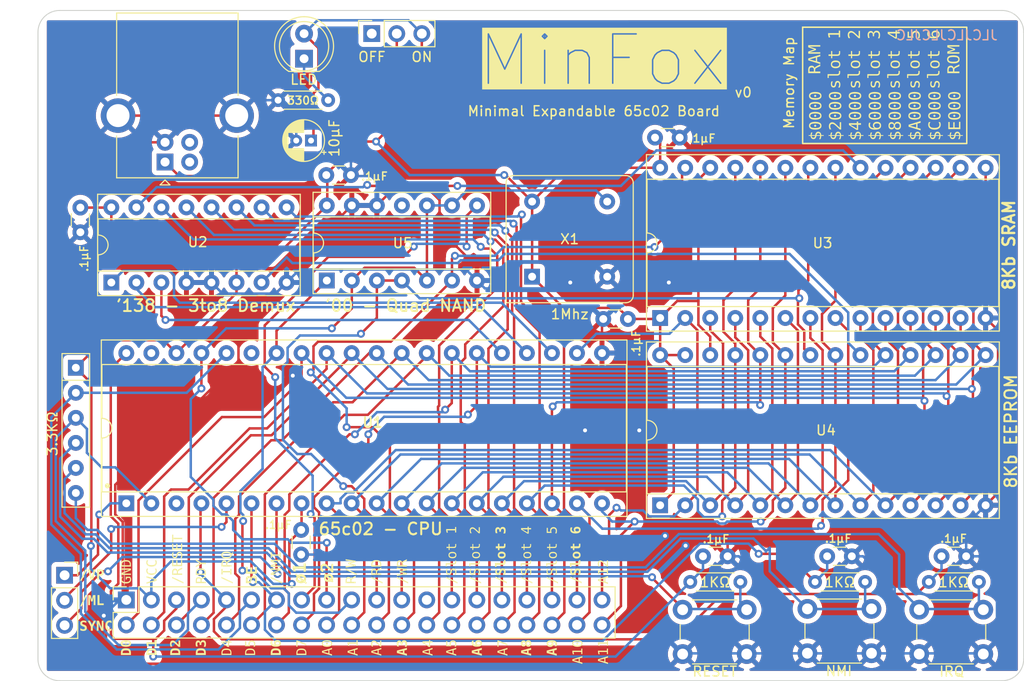
<source format=kicad_pcb>
(kicad_pcb (version 20221018) (generator pcbnew)
  (layers (0 "F.Cu" signal) (31 "B.Cu" signal) (34 "B.Paste" user) (35 "F.Paste" user) (36 "B.SilkS" user "B.Silkscreen") (37 "F.SilkS" user "F.Silkscreen") (38 "B.Mask" user) (39 "F.Mask" user) (44 "Edge.Cuts" user))
  (net 0 "")
  (net 1 "Net-(D1-K)")
  (net 4 "GND")
  (net 6 "~{VP}")
  (net 8 "~{ML}")
  (net 9 "SYNC")
  (net 10 "A0")
  (net 11 "A1")
  (net 12 "A2")
  (net 13 "A3")
  (net 14 "A4")
  (net 15 "A5")
  (net 16 "A6")
  (net 17 "A7")
  (net 18 "A8")
  (net 19 "A9")
  (net 20 "A10")
  (net 21 "A11")
  (net 22 "A12")
  (net 23 "Net-(U1-A13)")
  (net 24 "Net-(U1-A14)")
  (net 25 "Net-(U1-A15)")
  (net 26 "D7")
  (net 27 "D6")
  (net 28 "D5")
  (net 29 "D4")
  (net 30 "D3")
  (net 31 "D2")
  (net 32 "D1")
  (net 33 "D0")
  (net 34 "R{slash}~{W}")
  (net 36 "ø2")
  (net 38 "S6")
  (net 39 "S5")
  (net 40 "S4")
  (net 41 "S3")
  (net 42 "S2")
  (net 43 "S1")
  (net 44 "~{NMI}")
  (net 45 "~{RESET}")
  (net 46 "~{IRQ}")
  (net 47 "BE")
  (net 48 "S0")
  (net 49 "S7")
  (net 50 "Net-(RN1-R3)")
  (net 51 "RDY")
  (net 52 "VCC")
  (net 53 "~{WR}")
  (net 54 "~{RD}")
  (net 55 "ø1")
  (net 57 "Net-(J1-VBUS)")
  (net 58 "Net-(RN1-R4)")
  (net 59 "Net-(RN1-R5)")
  (footprint "Package_DIP:DIP-28_W15.24mm_Socket" (layer "F.Cu") (at 123.22 59.2 90)
    (fp_text reference "U3")
    (fp_text value "8Kb SRAM")
  )
  (footprint "Connector_PinSocket_2.54mm:PinSocket_1x03_P2.54mm_Vertical" (layer "F.Cu") (at 93.96 30.35 90)
    (fp_text reference "SW1" hide)
    (fp_text value "SW_SPDT")
  )
  (footprint "PCM_Package_DIP_AKL:DIP-40_W15.24mm_Socket" (layer "F.Cu") (at 69.06 78 90)
    (fp_text reference "U1")
    (fp_text value "CPU" hide)
  )
  (footprint "Package_DIP:DIP-16_W7.62mm_Socket" (layer "F.Cu") (at 67.54 55.6 90)
    (fp_text reference "U2")
    (fp_text value "74LS138")
  )
  (footprint "Capacitor_THT:C_Disc_D3.0mm_W1.6mm_P2.50mm" (layer "F.Cu") (at 89.35 44.7)
    (fp_text reference "C6" hide)
    (fp_text value "C_Small")
  )
  (footprint "Capacitor_THT:C_Disc_D3.0mm_W1.6mm_P2.50mm" (layer "F.Cu") (at 154.265 83.375 180)
    (fp_text reference "C4" hide)
    (fp_text value "C_Small")
  )
  (footprint "Resistor_THT:R_Axial_DIN0204_L3.6mm_D1.6mm_P5.08mm_Horizontal" (layer "F.Cu") (at 150.475 85.975)
    (fp_text reference "R10" hide)
    (fp_text value "3.3kΩ")
  )
  (footprint "Resistor_THT:R_Axial_DIN0204_L3.6mm_D1.6mm_P5.08mm_Horizontal" (layer "F.Cu") (at 126.275 85.975)
    (fp_text reference "R5" hide)
    (fp_text value "3.3kΩ")
  )
  (footprint "Capacitor_THT:C_Disc_D3.0mm_W1.6mm_P2.50mm" (layer "F.Cu") (at 130.065 83.375 180)
    (fp_text reference "C3" hide)
    (fp_text value "C_Small")
  )
  (footprint "Oscillator:Oscillator_DIP-8" (layer "F.Cu") (at 110.23 55.01)
    (fp_text reference "X1")
    (fp_text value "1Mhz")
  )
  (footprint "Connector_PinSocket_2.54mm:PinSocket_2x20_P2.54mm_Vertical" (layer "F.Cu") (at 69.06 87.8 90)
    (fp_text reference "J3" hide)
    (fp_text value "Conn_02x20_Odd_Even" hide)
  )
  (footprint "Capacitor_THT:C_Disc_D3.0mm_W1.6mm_P2.50mm" (layer "F.Cu") (at 119.95 59.3 180)
    (fp_text reference "C9" hide)
    (fp_text value "C_Small")
  )
  (footprint "Resistor_THT:R_Axial_DIN0204_L3.6mm_D1.6mm_P5.08mm_Horizontal" (layer "F.Cu") (at 84.46 37.1)
    (fp_text reference "R1" hide)
    (fp_text value "330Ω")
  )
  (footprint "Capacitor_THT:C_Disc_D3.0mm_W1.6mm_P2.50mm" (layer "F.Cu") (at 142.665 83.375 180)
    (fp_text reference "C2" hide)
    (fp_text value "C_Small")
  )
  (footprint "Capacitor_THT:C_Disc_D3.0mm_W1.6mm_P2.50mm" (layer "F.Cu") (at 64.4 48 -90)
    (fp_text reference "C7" hide)
    (fp_text value "C_Small")
  )
  (footprint "Button_Switch_THT:SW_PUSH_6mm" (layer "F.Cu") (at 132.001489 93.296397 180)
    (fp_text reference "SW2" hide)
    (fp_text value "RESET")
  )
  (footprint "LED_THT:LED_D5.0mm" (layer "F.Cu") (at 87.095 32.895 90)
    (fp_text reference "D1" hide)
    (fp_text value "Power LED")
  )
  (footprint "Resistor_THT:R_Axial_DIN0204_L3.6mm_D1.6mm_P5.08mm_Horizontal" (layer "F.Cu") (at 138.935 85.975)
    (fp_text reference "R6" hide)
    (fp_text value "3.3kΩ")
  )
  (footprint "Capacitor_THT:CP_Radial_D4.0mm_P1.50mm" (layer "F.Cu") (at 87.8 41.2 180)
    (fp_text reference "C1" hide)
    (fp_text value "decoup")
  )
  (footprint "Package_DIP:DIP-14_W7.62mm_Socket" (layer "F.Cu") (at 89.4 55.4 90)
    (fp_text reference "U5")
    (fp_text value "74HC00")
  )
  (footprint "Connector_PinSocket_2.54mm:PinSocket_1x03_P2.54mm_Vertical" (layer "F.Cu") (at 62.8 85.3)
    (fp_text reference "J2" hide)
    (fp_text value "Debug Connector")
  )
  (footprint "Connector_USB:USB_B_OST_USB-B1HSxx_Horizontal" (layer "F.Cu") (at 72.99 43.3775 90)
    (fp_text reference "J1" hide)
    (fp_text value "USB_B")
  )
  (footprint "Package_DIP:DIP-28_W15.24mm_Socket" (layer "F.Cu") (at 123.22 78.2 90)
    (fp_text reference "U4")
    (fp_text value "8Kb EEPROM")
  )
  (footprint "Button_Switch_THT:SW_PUSH_6mm" (layer "F.Cu") (at 144.659956 93.211057 180)
    (fp_text reference "SW3" hide)
    (fp_text value "NMI")
  )
  (footprint "Button_Switch_THT:SW_PUSH_6mm" (layer "F.Cu") (at 156.001117 93.291586 180)
    (fp_text reference "SW4" hide)
    (fp_text value "IRQ")
  )
  (footprint "Resistor_THT:R_Array_SIP6" (layer "F.Cu") (at 63.94 64.25 -90)
    (fp_text reference "RN1" hide)
    (fp_text value "R_Network05")
  )
  (footprint "Capacitor_THT:C_Disc_D3.0mm_W1.6mm_P2.50mm" (layer "F.Cu") (at 122.7 40.9)
    (fp_text reference "C8" hide)
    (fp_text value "C_Small")
  )
  (footprint "Capacitor_THT:C_Disc_D3.0mm_W1.6mm_P2.50mm" (layer "F.Cu") (at 86.8 80.7 -90)
    (fp_text reference "C5" hide)
    (fp_text value "C_Small")
  )
  (gr_rect (start 137.675 29.7) (end 154.325 41.5) (stroke (width 0.15)) (fill none) (layer "F.SilkS"))
  (gr_line (start 160.1 30.2) (end 160.1 93.8) (stroke (width 0.1)) (layer "Edge.Cuts"))
  (gr_arc (start 157.9 28) (mid 159.455635 28.644365) (end 160.1 30.2) (stroke (width 0.1)) (layer "Edge.Cuts"))
  (gr_arc (start 60.1 30.2) (mid 60.744365 28.644365) (end 62.3 28) (stroke (width 0.1)) (layer "Edge.Cuts"))
  (gr_line (start 62.3 28) (end 157.9 28) (stroke (width 0.1)) (layer "Edge.Cuts"))
  (gr_line (start 157.9 96) (end 62.3 96) (stroke (width 0.1)) (layer "Edge.Cuts"))
  (gr_arc (start 160.1 93.8) (mid 159.455635 95.355635) (end 157.9 96) (stroke (width 0.1)) (layer "Edge.Cuts"))
  (gr_line (start 60.1 93.8) (end 60.1 30.2) (stroke (width 0.1)) (layer "Edge.Cuts"))
  (gr_arc (start 62.3 96) (mid 60.744365 95.355635) (end 60.1 93.8) (stroke (width 0.1)) (layer "Edge.Cuts"))
  (gr_text "JLCJLCJLCJLC" (at 157.55 31.1) (layer "B.SilkS") (effects (font (size 1 1)) (justify left bottom mirror)))
  (gr_text "ø1" (at 87.5 86.2 90) (layer "F.SilkS") (effects (font (size 1.3 1.3) (thickness 0.2) bold) (justify left bottom)))
  (gr_text "A7" (at 107.9 91.8 90) (layer "F.SilkS") (effects (font (size 1 1)) (justify right bottom)))
  (gr_text "GND" (at 69.7 86.2 90) (layer "F.SilkS") (effects (font (size 1 1)) (justify left bottom)))
  (gr_text "10µF" (at 90.75 42.95 90) (layer "F.SilkS") (effects (font (size 1 1)) (justify left bottom)))
  (gr_text "A1" (at 92.7 91.8 90) (layer "F.SilkS") (effects (font (size 1 1)) (justify right bottom)))
  (gr_text "v0" (at 130.7 36.9) (layer "F.SilkS") (effects (font (size 1 1)) (justify left bottom)))
  (gr_text "/Slot 5" (at 112.9 86.2 90) (layer "F.SilkS") (effects (font (size 1 1)) (justify left bottom)))
  (gr_text "A10" (at 115.5 91.8 90) (layer "F.SilkS") (effects (font (size 1 1)) (justify right bottom)))
  (gr_text "'138 - 3to8 Demux" (at 67.9 58.65) (layer "F.SilkS") (effects (font (size 1.2 1.2) (thickness 0.2) bold) (justify left bottom)))
  (gr_text "3.3KΩ" (at 62.15 73.3 90) (layer "F.SilkS") (effects (font (size 1 1)) (justify left bottom)))
  (gr_text "SYNC" (at 64.3 91.1) (layer "F.SilkS") (effects (font (size 1 1) (thickness 0.2) bold) (justify left bottom)))
  (gr_text "/WR" (at 97.7 86.2 90) (layer "F.SilkS") (effects (font (size 1 1)) (justify left bottom)))
  (gr_text "/ML" (at 64.3 88.5) (layer "F.SilkS") (effects (font (size 1 1) (thickness 0.2) bold) (justify left bottom)))
  (gr_text "/Slot 3" (at 107.7 86.2 90) (layer "F.SilkS") (effects (font (size 1 1) (thickness 0.2) bold) (justify left bottom)))
  (gr_text "A2" (at 95.1 91.8 90) (layer "F.SilkS") (effects (font (size 1 1)) (justify right bottom)))
  (gr_text "R/W" (at 92.5 86.2 90) (layer "F.SilkS") (effects (font (size 1 1)) (justify left bottom)))
  (gr_text "A3" (at 97.7 91.8 90) (layer "F.SilkS") (effects (font (size 1 1) (thickness 0.2) bold) (justify right bottom)))
  (gr_text ".1µF" (at 121.25 63.2 90) (layer "F.SilkS") (effects (font (size 0.8 0.8)) (justify left bottom)))
  (gr_text "A6" (at 105.3 91.8 90) (layer "F.SilkS") (effects (font (size 1 1) (thickness 0.2) bold) (justify right bottom)))
  (gr_text ".1µF" (at 83.05 80.65) (layer "F.SilkS") (effects (font (size 0.8 0.8)) (justify left bottom)))
  (gr_text "/Slot 6" (at 115.3 86.2 90) (layer "F.SilkS") (effects (font (size 1 1) (thickness 0.2) bold) (justify left bottom)))
  (gr_text "VCC" (at 72.3 86.2 90) (layer "F.SilkS") (effects (font (size 1 1)) (justify left bottom)))
  (gr_text "ø2" (at 90.1 86.2 90) (layer "F.SilkS") (effects (font (size 1.1 1.1) (thickness 0.2)) (justify left bottom)))
  (gr_text "MinFox" (at 104.5 36) (layer "F.SilkS" knockout) (effects (font (size 5 5)) (justify left bottom)))
  (gr_text "/Slot 4" (at 110.3 86.2 90) (layer "F.SilkS") (effects (font (size 1 1)) (justify left bottom)))
  (gr_text "D6" (at 84.9 91.8 90) (layer "F.SilkS") (effects (font (size 1 1) (thickness 0.2) bold) (justify right bottom)))
  (gr_text "1KΩ" (at 139.8 86.6) (layer "F.SilkS") (effects (font (size 1 1)) (justify left bottom)))
  (gr_text "D1" (at 72.3 91.8 90) (layer "F.SilkS") (effects (font (size 1 1) (thickness 0.2) bold) (justify right bottom)))
  (gr_text "/Slot 2" (at 105.1 86.2 90) (layer "F.SilkS") (effects (font (size 1 1)) (justify left bottom)))
  (gr_text "/VP" (at 64.3 85.9) (layer "F.SilkS") (effects (font (size 1 1) (thickness 0.2) bold) (justify left bottom)))
  (gr_text "RAM\nslot 1\nslot 2\nslot 3\nslot 4\nslot 5\nslot 6\nROM" (at 153.781 32.962 90) (layer "F.SilkS") (effects (font (size 1.2 1.2)) (justify bottom)))
  (gr_text "D3" (at 77.3 91.8 90) (layer "F.SilkS") (effects (font (size 1 1) (thickness 0.2) bold) (justify right bottom)))
  (gr_text "A11" (at 118.1 91.8 90) (layer "F.SilkS") (effects (font (size 1 1)) (justify right bottom)))
  (gr_text "D0" (at 69.7 91.8 90) (layer "F.SilkS") (effects (font (size 1 1) (thickness 0.2) bold) (justify right bottom)))
  (gr_text "OFF" (at 92.5 33.3) (layer "F.SilkS") (effects (font (size 1 1)) (justify left bottom)))
  (gr_text "330Ω" (at 85.3 37.6) (layer "F.SilkS") (effects (font (size 0.8 0.8)) (justify left bottom)))
  (gr_text "LED" (at 85.6 35.6) (layer "F.SilkS") (effects (font (size 1 1)) (justify left bottom)))
  (gr_text "A9" (at 112.9 91.8 90) (layer "F.SilkS") (effects (font (size 1 1) (thickness 0.2) bold) (justify right bottom)))
  (gr_text ".1µF" (at 151.55 82.05) (layer "F.SilkS") (effects (font (size 0.8 0.8)) (justify left bottom)))
  (gr_text "/NMI" (at 84.9 86.2 90) (layer "F.SilkS") (effects (font (size 1 1)) (justify left bottom)))
  (gr_text "65c02 - CPU" (at 88.45 81.3) (layer "F.SilkS") (effects (font (size 1.2 1.2) (thickness 0.2) bold) (justify left bottom)))
  (gr_text "IRQ" (at 152.8 95.65) (layer "F.SilkS") (effects (font (size 1 1)) (justify bottom)))
  (gr_text "D4" (at 79.9 91.8 90) (layer "F.SilkS") (effects (font (size 1 1)) (justify right bottom)))
  (gr_text "/Slot 1" (at 102.7 86.2 90) (layer "F.SilkS") (effects (font (size 1 1)) (justify left bottom)))
  (gr_text "BE" (at 82.5 86.2 90) (layer "F.SilkS") (effects (font (size 1.1 1.1) (thickness 0.2) bold) (justify left bottom)))
  (gr_text ".1µF" (at 65.25 54.6 90) (layer "F.SilkS") (effects (font (size 0.8 0.8)) (justify left bottom)))
  (gr_text "'00 - Quad NAND" (at 89.1 58.65) (layer "F.SilkS") (effects (font (size 1.2 1.2) (thickness 0.2) bold) (justify left bottom)))
  (gr_text "RDY" (at 77.3 86.2 90) (layer "F.SilkS") (effects (font (size 1 1)) (justify left bottom)))
  (gr_text "Minimal Expandable 65c02 Board" (at 103.6 38.8) (layer "F.SilkS") (effects (font (size 1 1)) (justify left bottom)))
  (gr_text "D7" (at 87.5 91.8 90) (layer "F.SilkS") (effects (font (size 1 1)) (justify right bottom)))
  (gr_text "$0000\n$2000\n$4000\n$6000\n$8000\n$A000\n$C000\n$E000\n" (at 153.881 41.212 90) (layer "F.SilkS") (effects (font (size 1.2 1.2)) (justify left bottom)))
  (gr_text "RESET" (at 126.4 95.65) (layer "F.SilkS") (effects (font (size 1 1)) (justify left bottom)))
  (gr_text "8Kb EEPROM" (at 159.5 76.6 90) (layer "F.SilkS") (effects (font (size 1.2 1.2) (thickness 0.2) bold) (justify left bottom)))
  (gr_text ".1µF" (at 92.8 45.3) (layer "F.SilkS") (effects (font (size 0.8 0.8)) (justify left bottom)))
  (gr_text "1Mhz" (at 112.04 59.4) (layer "F.SilkS") (effects (font (size 1 1)) (justify left bottom)))
  (gr_text "D2" (at 74.7 91.8 90) (layer "F.SilkS") (effects (font (size 1 1) (thickness 0.2) bold) (justify right bottom)))
  (gr_text ".1µF" (at 139.85 82.05) (layer "F.SilkS") (effects (font (size 0.8 0.8)) (justify left bottom)))
  (gr_text "1KΩ" (at 151.35 86.6) (layer "F.SilkS") (effects (font (size 1 1)) (justify left bottom)))
  (gr_text "ON" (at 97.9 33.3) (layer "F.SilkS") (effects (font (size 1 1)) (justify left bottom)))
  (gr_text "/IRQ" (at 79.9 86.2 90) (layer "F.SilkS") (effects (font (size 1 1)) (justify left bottom)))
  (gr_text "NMI" (at 141.35 95.6) (layer "F.SilkS") (effects (font (size 1 1)) (justify bottom)))
  (gr_text "8Kb SRAM" (at 159.3 56.5 90) (layer "F.SilkS") (effects (font (size 1.2 1.2) (thickness 0.24) bold) (justify left bottom)))
  (gr_text "D5" (at 82.3 91.8 90) (layer "F.SilkS") (effects (font (size 1 1)) (justify right bottom)))
  (gr_text "A8" (at 110.3 91.8 90) (layer "F.SilkS") (effects (font (size 1 1) (thickness 0.2) bold) (justify right bottom)))
  (gr_text "A0" (at 90.1 91.8 90) (layer "F.SilkS") (effects (font (size 1 1)) (justify right bottom)))
  (gr_text "/RD" (at 95.1 86.2 90) (layer "F.SilkS") (effects (font (size 1 1)) (justify left bottom)))
  (gr_text "A4" (at 100.3 91.8 90) (layer "F.SilkS") (effects (font (size 1 1)) (justify right bottom)))
  (gr_text "A5" (at 102.7 91.8 90) (layer "F.SilkS") (effects (font (size 1 1)) (justify right bottom)))
  (gr_text "Memory Map" (at 136.881 40.112 90) (layer "F.SilkS") (effects (font (size 1 1)) (justify left bottom)))
  (gr_text ".1µF" (at 127.45 82.1) (layer "F.SilkS") (effects (font (size 0.8 0.8)) (justify left bottom)))
  (gr_text "/RESET" (at 74.9 86.2 90) (layer "F.SilkS") (effects (font (size 1 1)) (justify left bottom)))
  (gr_text "1KΩ" (at 127.15 86.6) (layer "F.SilkS") (effects (font (size 1 1)) (justify left bottom)))
  (gr_text ".1µF" (at 126.05 41.45) (layer "F.SilkS") (effects (font (size 0.8 0.8)) (justify left bottom)))
  (gr_text "A12" (at 118.1 86.2 90) (layer "F.SilkS") (effects (font (size 1 1)) (justify left bottom)))
  (segment (start 87.095 34.655) (end 87.095 32.895) (width 0.25) (layer "B.Cu") (net 1))
  (segment (start 89.14 36.7) (end 87.095 34.655) (width 0.25) (layer "B.Cu") (net 1))
  (segment (start 89.635 36.7) (end 89.14 36.7) (width 0.25) (layer "B.Cu") (net 1))
  (segment (start 157.5 76.94) (end 156.24 78.2) (width 0.25) (layer "F.Cu") (net 4))
  (segment (start 100.84 47.24) (end 100.84 51.89) (width 0.25) (layer "F.Cu") (net 4))
  (segment (start 140.59 81.3) (end 152.19 81.3) (width 0.25) (layer "F.Cu") (net 4))
  (segment (start 68.928604 94.275) (end 124.515 94.275) (width 0.25) (layer "F.Cu") (net 4))
  (segment (start 117.32 62.76) (end 117.32 74.604695) (width 0.25) (layer "F.Cu") (net 4))
  (segment (start 68.7 87.44) (end 68.7 79.89) (width 0.25) (layer "F.Cu") (net 4))
  (segment (start 104.64 54.024805) (end 104.64 55.4) (width 0.25) (layer "F.Cu") (net 4))
  (segment (start 99.9 46.3) (end 100.84 47.24) (width 0.25) (layer "F.Cu") (net 4))
  (segment (start 95.96 46.3) (end 99.9 46.3) (width 0.25) (layer "F.Cu") (net 4))
  (segment (start 85.32 54.4) (end 91.94 47.78) (width 0.25) (layer "F.Cu") (net 4))
  (segment (start 117.8 59.3) (end 117.32 59.78) (width 0.25) (layer "F.Cu") (net 4))
  (segment (start 85.32 55.6) (end 85.32 54.4) (width 0.25) (layer "F.Cu") (net 4))
  (segment (start 129.04 81) (end 130.065 82.025) (width 0.25) (layer "F.Cu") (net 4))
  (segment (start 68.22 38.6675) (end 70.93 41.3775) (width 0.25) (layer "F.Cu") (net 4))
  (segment (start 130.065 82.025) (end 130.065 83.375) (width 0.25) (layer "F.Cu") (net 4))
  (segment (start 70.93 41.3775) (end 72.99 41.3775) (width 0.25) (layer "F.Cu") (net 4))
  (segment (start 125.8 81) (end 128.84 81) (width 0.25) (layer "F.Cu") (net 4))
  (segment (start 80.44 60.48) (end 85.32 55.6) (width 0.25) (layer "F.Cu") (net 4))
  (segment (start 100.9 51.95) (end 102.565195 51.95) (width 0.25) (layer "F.Cu") (net 4))
  (segment (start 67 92.346396) (end 68.928604 94.275) (width 0.25) (layer "F.Cu") (net 4))
  (segment (start 117.32 74.604695) (end 123.715305 81) (width 0.25) (layer "F.Cu") (net 4))
  (segment (start 128.84 81) (end 129.04 81) (width 0.25) (layer "F.Cu") (net 4))
  (segment (start 77.7 55.6) (end 75.16 55.6) (width 0.25) (layer "F.Cu") (net 4))
  (segment (start 102.565195 51.95) (end 104.64 54.024805) (width 0.25) (layer "F.Cu") (net 4))
  (segment (start 80.44 63.615305) (end 80.44 60.48) (width 0.25) (layer "F.Cu") (net 4))
  (segment (start 156.24 59.2) (end 157.5 60.46) (width 0.25) (layer "F.Cu") (net 4))
  (segment (start 67.935 76.120305) (end 80.44 63.615305) (width 0.25) (layer "F.Cu") (net 4))
  (segment (start 124.515 94.275) (end 125.565 93.225) (width 0.25) (layer "F.Cu") (net 4))
  (segment (start 68.7 79.89) (end 67.935 79.125) (width 0.25) (layer "F.Cu") (net 4))
  (segment (start 67 89.6245) (end 67 92.346396) (width 0.25) (layer "F.Cu") (net 4))
  (segment (start 66.7755 89.4) (end 67 89.6245) (width 0.25) (layer "F.Cu") (net 4))
  (segment (start 117.32 59.78) (end 117.32 62.76) (width 0.25) (layer "F.Cu") (net 4))
  (segment (start 94.48 47.78) (end 95.96 46.3) (width 0.25) (layer "F.Cu") (net 4))
  (segment (start 142.665 83.375) (end 140.59 81.3) (width 0.25) (layer "F.Cu") (net 4))
  (segment (start 68.22 38.6675) (end 80.26 38.6675) (width 0.25) (layer "F.Cu") (net 4))
  (segment (start 152.19 81.3) (end 154.265 83.375) (width 0.25) (layer "F.Cu") (net 4))
  (segment (start 125.8 82.3) (end 125.8 81) (width 0.25) (layer "F.Cu") (net 4))
  (segment (start 123.715305 81) (end 125.8 81) (width 0.25) (layer "F.Cu") (net 4))
  (segment (start 69.06 87.8) (end 68.7 87.44) (width 0.25) (layer "F.Cu") (net 4))
  (segment (start 67.935 79.125) (end 67.935 76.120305) (width 0.25) (layer "F.Cu") (net 4))
  (segment (start 100.84 51.89) (end 100.9 51.95) (width 0.25) (layer "F.Cu") (net 4))
  (segment (start 140.59 81.3) (end 129.34 81.3) (width 0.25) (layer "F.Cu") (net 4))
  (segment (start 157.5 60.46) (end 157.5 76.94) (width 0.25) (layer "F.Cu") (net 4))
  (via (at 115.6 70.6) (size 0.8) (drill 0.4) (layers "F.Cu" "B.Cu") (net 4))
  (via (at 121.1 70.6) (size 0.8) (drill 0.4) (layers "F.Cu" "B.Cu") (net 4))
  (via (at 123.715305 81.300173) (size 0.8) (drill 0.4) (layers "F.Cu" "B.Cu") (net 4))
  (via (at 124.1 55.6) (size 0.8) (drill 0.4) (layers "F.Cu" "B.Cu") (net 4))
  (via (at 85.95 65.05) (size 0.8) (drill 0.4) (layers "F.Cu" "B.Cu") (net 4))
  (via (at 125.8 82.3) (size 0.8) (drill 0.4) (layers "F.Cu" "B.Cu") (net 4))
  (via (at 114.1 55.6) (size 0.8) (drill 0.4) (layers "F.Cu" "B.Cu") (net 4))
  (via (at 66.7755 89.4) (size 0.8) (drill 0.4) (layers "F.Cu" "B.Cu") (net 4))
  (segment (start 86.3 38.445) (end 86.23 38.375) (width 0.25) (layer "B.Cu") (net 4))
  (segment (start 84.195 56.725) (end 85.32 55.6) (width 0.25) (layer "B.Cu") (net 4))
  (segment (start 103.515 54.275) (end 104.64 55.4) (width 0.25) (layer "B.Cu") (net 4))
  (segment (start 93.9 44.8) (end 91.85 44.8) (width 0.25) (layer "B.Cu") (net 4))
  (segment (start 147.09 93.225) (end 144.665 93.225) (width 0.25) (layer "B.Cu") (net 4))
  (segment (start 94.48 46.1) (end 94.48 45.38) (width 0.25) (layer "B.Cu") (net 4))
  (segment (start 132.065 93.225) (end 125.565 93.225) (width 0.25) (layer "B.Cu") (net 4))
  (segment (start 81.8275 37.1) (end 84.955 37.1) (width 0.25) (layer "B.Cu") (net 4))
  (segment (start 156.065 93.225) (end 157.39 91.9) (width 0.25) (layer "B.Cu") (net 4))
  (segment (start 116.660001 56.199999) (end 117.85 55.01) (width 0.25) (layer "B.Cu") (net 4))
  (segment (start 138.165 93.225) (end 134.39 93.225) (width 0.25) (layer "B.Cu") (net 4))
  (segment (start 155.54 83.375) (end 154.265 83.375) (width 0.25) (layer "B.Cu") (net 4))
  (segment (start 144.665 93.225) (end 138.165 93.225) (width 0.25) (layer "B.Cu") (net 4))
  (segment (start 80.26 38.6675) (end 81.8275 37.1) (width 0.25) (layer "B.Cu") (net 4))
  (segment (start 104.64 55.4) (end 105.439999 56.199999) (width 0.25) (layer "B.Cu") (net 4))
  (segment (start 68.3755 87.8) (end 69.06 87.8) (width 0.25) (layer "B.Cu") (net 4))
  (segment (start 134.39 93.225) (end 132.065 93.225) (width 0.25) (layer "B.Cu") (net 4))
  (segment (start 142.665 83.375) (end 143.79637 83.375) (width 0.25) (layer "B.Cu") (net 4))
  (segment (start 66.7755 89.4) (end 68.3755 87.8) (width 0.25) (layer "B.Cu") (net 4))
  (segment (start 105.439999 56.199999) (end 116.660001 56.199999) (width 0.25) (layer "B.Cu") (net 4))
  (segment (start 94.48 46.1) (end 94.48 47.78) (width 0.25) (layer "B.Cu") (net 4))
  (segment (start 86.645 54.275) (end 103.515 54.275) (width 0.25) (layer "B.Cu") (net 4))
  (segment (start 91.94 47.78) (end 94.48 47.78) (width 0.25) (layer "B.Cu") (net 4))
  (segment (start 86.8 83.2) (end 121.815478 83.2) (width 0.25) (layer "B.Cu") (net 4))
  (segment (start 94.48 45.38) (end 93.9 44.8) (width 0.25) (layer "B.Cu") (net 4))
  (segment (start 156.065 93.225) (end 149.565 93.225) (width 0.25) (layer "B.Cu") (net 4))
  (segment (start 157.39 91.9) (end 157.39 85.225) (width 0.25) (layer "B.Cu") (net 4))
  (segment (start 86.3 41.2) (end 86.3 38.445) (width 0.25) (layer "B.Cu") (net 4))
  (segment (start 147.015 93.15) (end 147.09 93.225) (width 0.25) (layer "B.Cu") (net 4))
  (segment (start 121.815478 83.2) (end 123.715305 81.300173) (width 0.25) (layer "B.Cu") (net 4))
  (segment (start 91.85 42.65) (end 90 40.8) (width 0.25) (layer "B.Cu") (net 4))
  (segment (start 131.19637 83.375) (end 134.39 86.56863) (width 0.25) (layer "B.Cu") (net 4))
  (segment (start 85.32 55.6) (end 86.645 54.275) (width 0.25) (layer "B.Cu") (net 4))
  (segment (start 154.265 83.375) (end 154.265 80.175) (width 0.25) (layer "B.Cu") (net 4))
  (segment (start 157.39 85.225) (end 155.54 83.375) (width 0.25) (layer "B.Cu") (net 4))
  (segment (start 147.015 86.59363) (end 147.015 93.15) (width 0.25) (layer "B.Cu") (net 4))
  (segment (start 154.265 80.175) (end 156.24 78.2) (width 0.25) (layer "B.Cu") (net 4))
  (segment (start 134.39 86.56863) (end 134.39 93.225) (width 0.25) (layer "B.Cu") (net 4))
  (segment (start 78.825 56.725) (end 84.195 56.725) (width 0.25) (layer "B.Cu") (net 4))
  (segment (start 130.065 83.375) (end 131.19637 83.375) (width 0.25) (layer "B.Cu") (net 4))
  (segment (start 143.79637 83.375) (end 147.015 86.59363) (width 0.25) (layer "B.Cu") (net 4))
  (segment (start 84.955 37.1) (end 86.23 38.375) (width 0.25) (layer "B.Cu") (net 4))
  (segment (start 86.23 38.375) (end 87.575 38.375) (width 0.25) (layer "B.Cu") (net 4))
  (segment (start 77.7 55.6) (end 78.825 56.725) (width 0.25) (layer "B.Cu") (net 4))
  (segment (start 91.85 44.8) (end 91.85 42.65) (width 0.25) (layer "B.Cu") (net 4))
  (segment (start 90 40.8) (end 90.1 40.9) (width 0.25) (layer "B.Cu") (net 4))
  (segment (start 94.48 45.68) (end 94.48 46.1) (width 0.25) (layer "B.Cu") (net 4))
  (segment (start 87.575 38.375) (end 90 40.8) (width 0.25) (layer "B.Cu") (net 4))
  (segment (start 149.565 93.225) (end 147.09 93.225) (width 0.25) (layer "B.Cu") (net 4))
  (segment (start 66.19 83.21) (end 64.1 85.3) (width 0.25) (layer "F.Cu") (net 6))
  (segment (start 66.19 79.2631) (end 66.19 83.21) (width 0.25) (layer "F.Cu") (net 6))
  (segment (start 66.3155 79.1376) (end 66.19 79.2631) (width 0.25) (layer "F.Cu") (net 6))
  (segment (start 64.1 85.3) (end 62.8 85.3) (width 0.25) (layer "F.Cu") (net 6))
  (via (at 66.3155 79.1376) (size 0.8) (drill 0.4) (layers "F.Cu" "B.Cu") (net 6))
  (segment (start 66.3155 79.1376) (end 67.4531 78) (width 0.25) (layer "B.Cu") (net 6))
  (segment (start 67.4531 78) (end 69.06 78) (width 0.25) (layer "B.Cu") (net 6))
  (segment (start 62.8 87.625) (end 62.8 87.84) (width 0.25) (layer "F.Cu") (net 8))
  (segment (start 67.5255 82.8995) (end 62.8 87.625) (width 0.25) (layer "F.Cu") (net 8))
  (segment (start 79.22 79.901953) (end 79.22 78) (width 0.25) (layer "F.Cu") (net 8))
  (segment (start 67.5255 80.7745) (end 67.5255 82.8995) (width 0.25) (layer "F.Cu") (net 8))
  (segment (start 78.728781 80.393172) (end 79.22 79.901953) (width 0.25) (layer "F.Cu") (net 8))
  (via (at 78.728781 80.393172) (size 0.8) (drill 0.4) (layers "F.Cu" "B.Cu") (net 8))
  (via (at 67.5255 80.6) (size 0.8) (drill 0.4) (layers "F.Cu" "B.Cu") (net 8))
  (segment (start 78.721953 80.4) (end 67.7255 80.4) (width 0.25) (layer "B.Cu") (net 8))
  (segment (start 78.728781 80.393172) (end 78.721953 80.4) (width 0.25) (layer "B.Cu") (net 8))
  (segment (start 67.7255 80.4) (end 67.5255 80.6) (width 0.25) (layer "B.Cu") (net 8))
  (segment (start 67.2 84.9) (end 66.6 84.9) (width 0.25) (layer "F.Cu") (net 9))
  (segment (start 66.6 84.9) (end 64.5 87) (width 0.25) (layer "F.Cu") (net 9))
  (segment (start 84.3 85.075936) (end 84.3 78) (width 0.25) (layer "F.Cu") (net 9))
  (segment (start 64.5 88.68) (end 62.8 90.38) (width 0.25) (layer "F.Cu") (net 9))
  (segment (start 64.5 87) (end 64.5 88.68) (width 0.25) (layer "F.Cu") (net 9))
  (segment (start 84.4005 85.176436) (end 84.3 85.075936) (width 0.25) (layer "F.Cu") (net 9))
  (via (at 84.4005 85.176436) (size 0.8) (drill 0.4) (layers "F.Cu" "B.Cu") (net 9))
  (via (at 67.2 84.9) (size 0.8) (drill 0.4) (layers "F.Cu" "B.Cu") (net 9))
  (segment (start 82.674064 83.45) (end 84.4005 85.176436) (width 0.25) (layer "B.Cu") (net 9))
  (segment (start 67.2 84.9) (end 68.65 83.45) (width 0.25) (layer "B.Cu") (net 9))
  (segment (start 68.65 83.45) (end 82.674064 83.45) (width 0.25) (layer "B.Cu") (net 9))
  (segment (start 146.08 61.28) (end 147.35 62.55) (width 0.25) (layer "F.Cu") (net 10))
  (segment (start 146.08 59.2) (end 146.08 61.28) (width 0.25) (layer "F.Cu") (net 10))
  (segment (start 147.35 76.93) (end 146.08 78.2) (width 0.25) (layer "F.Cu") (net 10))
  (segment (start 147.35 62.55) (end 147.35 76.93) (width 0.25) (layer "F.Cu") (net 10))
  (segment (start 89.38 90.34) (end 90.65 89.07) (width 0.25) (layer "F.Cu") (net 10))
  (segment (start 90.65 79.27) (end 89.38 78) (width 0.25) (layer "F.Cu") (net 10))
  (segment (start 90.65 89.07) (end 90.65 79.27) (width 0.25) (layer "F.Cu") (net 10))
  (segment (start 140.48 72.6) (end 96.39 72.6) (width 0.25) (layer "B.Cu") (net 10))
  (segment (start 92.115 76.875) (end 91.454009 76.875) (width 0.25) (layer "B.Cu") (net 10))
  (segment (start 90.795 78) (end 89.38 78) (width 0.25) (layer "B.Cu") (net 10))
  (segment (start 96.39 72.6) (end 92.115 76.875) (width 0.25) (layer "B.Cu") (net 10))
  (segment (start 146.08 78.2) (end 140.48 72.6) (width 0.25) (layer "B.Cu") (net 10))
  (segment (start 90.795 77.534009) (end 90.795 78) (width 0.25) (layer "B.Cu") (net 10))
  (segment (start 91.454009 76.875) (end 90.795 77.534009) (width 0.25) (layer "B.Cu") (net 10))
  (segment (start 144.85 62.45) (end 144.85 76.89) (width 0.25) (layer "F.Cu") (net 11))
  (segment (start 91.92 90.34) (end 93.2 89.06) (width 0.25) (layer "F.Cu") (net 11))
  (segment (start 143.54 59.2) (end 143.54 61.14) (width 0.25) (layer "F.Cu") (net 11))
  (segment (start 93.2 79.28) (end 91.92 78) (width 0.25) (layer "F.Cu") (net 11))
  (segment (start 93.2 89.06) (end 93.2 79.28) (width 0.25) (layer "F.Cu") (net 11))
  (segment (start 144.85 76.89) (end 143.54 78.2) (width 0.25) (layer "F.Cu") (net 11))
  (segment (start 143.54 61.14) (end 144.85 62.45) (width 0.25) (layer "F.Cu") (net 11))
  (segment (start 138.39 73.05) (end 143.54 78.2) (width 0.25) (layer "B.Cu") (net 11))
  (segment (start 96.87 73.05) (end 138.39 73.05) (width 0.25) (layer "B.Cu") (net 11))
  (segment (start 91.92 78) (end 96.87 73.05) (width 0.25) (layer "B.Cu") (net 11))
  (segment (start 94.46 90.34) (end 95.7 89.1) (width 0.25) (layer "F.Cu") (net 12))
  (segment (start 95.7 79.24) (end 94.46 78) (width 0.25) (layer "F.Cu") (net 12))
  (segment (start 141 78.2) (end 141 76.955405) (width 0.25) (layer "F.Cu") (net 12))
  (segment (start 95.7 89.1) (end 95.7 79.24) (width 0.25) (layer "F.Cu") (net 12))
  (segment (start 142.3 75.655405) (end 142.3 60.5) (width 0.25) (layer "F.Cu") (net 12))
  (segment (start 141 76.955405) (end 142.3 75.655405) (width 0.25) (layer "F.Cu") (net 12))
  (segment (start 142.3 60.5) (end 141 59.2) (width 0.25) (layer "F.Cu") (net 12))
  (segment (start 98.96 73.5) (end 136.3 73.5) (width 0.25) (layer "B.Cu") (net 12))
  (segment (start 94.46 78) (end 98.96 73.5) (width 0.25) (layer "B.Cu") (net 12))
  (segment (start 136.3 73.5) (end 141 78.2) (width 0.25) (layer "B.Cu") (net 12))
  (segment (start 138.46 61.22) (end 139.7 62.46) (width 0.25) (layer "F.Cu") (net 13))
  (segment (start 97 90.34) (end 98.25 89.09) (width 0.25) (layer "F.Cu") (net 13))
  (segment (start 98.25 79.25) (end 97 78) (width 0.25) (layer "F.Cu") (net 13))
  (segment (start 139.7 62.46) (end 139.7 76.96) (width 0.25) (layer "F.Cu") (net 13))
  (segment (start 139.7 76.96) (end 138.46 78.2) (width 0.25) (layer "F.Cu") (net 13))
  (segment (start 98.25 89.09) (end 98.25 79.25) (width 0.25) (layer "F.Cu") (net 13))
  (segment (start 138.46 59.2) (end 138.46 61.22) (width 0.25) (layer "F.Cu") (net 13))
  (segment (start 138.46 78.2) (end 134.21 73.95) (width 0.25) (layer "B.Cu") (net 13))
  (segment (start 134.21 73.95) (end 101.05 73.95) (width 0.25) (layer "B.Cu") (net 13))
  (segment (start 101.05 73.95) (end 97 78) (width 0.25) (layer "B.Cu") (net 13))
  (segment (start 137.2 76.92) (end 135.92 78.2) (width 0.25) (layer "F.Cu") (net 14))
  (segment (start 100.8 79.26) (end 99.54 78) (width 0.25) (layer "F.Cu") (net 14))
  (segment (start 135.92 59.2) (end 137.2 60.48) (width 0.25) (layer "F.Cu") (net 14))
  (segment (start 99.54 90.34) (end 100.8 89.08) (width 0.25) (layer "F.Cu") (net 14))
  (segment (start 100.8 89.08) (end 100.8 79.26) (width 0.25) (layer "F.Cu") (net 14))
  (segment (start 137.2 60.48) (end 137.2 76.92) (width 0.25) (layer "F.Cu") (net 14))
  (segment (start 132.12 74.4) (end 135.92 78.2) (width 0.25) (layer "B.Cu") (net 14))
  (segment (start 103.14 74.4) (end 132.12 74.4) (width 0.25) (layer "B.Cu") (net 14))
  (segment (start 99.54 78) (end 103.14 74.4) (width 0.25) (layer "B.Cu") (net 14))
  (segment (start 103.35 79.27) (end 102.08 78) (width 0.25) (layer "F.Cu") (net 15))
  (segment (start 133.38 78.2) (end 134.6 76.98) (width 0.25) (layer "F.Cu") (net 15))
  (segment (start 134.6 62.299009) (end 133.38 61.079009) (width 0.25) (layer "F.Cu") (net 15))
  (segment (start 103.35 89.07) (end 103.35 79.27) (width 0.25) (layer "F.Cu") (net 15))
  (segment (start 134.6 76.98) (end 134.6 62.299009) (width 0.25) (layer "F.Cu") (net 15))
  (segment (start 133.38 61.079009) (end 133.38 59.2) (width 0.25) (layer "F.Cu") (net 15))
  (segment (start 102.08 90.34) (end 103.35 89.07) (width 0.25) (layer "F.Cu") (net 15))
  (segment (start 102.08 78) (end 105.23 74.85) (width 0.25) (layer "B.Cu") (net 15))
  (segment (start 130.03 74.85) (end 133.38 78.2) (width 0.25) (layer "B.Cu") (net 15))
  (segment (start 105.23 74.85) (end 130.03 74.85) (width 0.25) (layer "B.Cu") (net 15))
  (segment (start 130.84 61.163604) (end 132.15 62.473604) (width 0.25) (layer "F.Cu") (net 16))
  (segment (start 104.62 90.34) (end 105.9 89.06) (width 0.25) (layer "F.Cu") (net 16))
  (segment (start 132.15 76.89) (end 130.84 78.2) (width 0.25) (layer "F.Cu") (net 16))
  (segment (start 105.9 79.28) (end 104.62 78) (width 0.25) (layer "F.Cu") (net 16))
  (segment (start 105.9 89.06) (end 105.9 79.28) (width 0.25) (layer "F.Cu") (net 16))
  (segment (start 130.84 59.2) (end 130.84 61.163604) (width 0.25) (layer "F.Cu") (net 16))
  (segment (start 132.15 62.473604) (end 132.15 76.89) (width 0.25) (layer "F.Cu") (net 16))
  (segment (start 130.84 78.2) (end 127.94 75.3) (width 0.25) (layer "B.Cu") (net 16))
  (segment (start 127.94 75.3) (end 107.32 75.3) (width 0.25) (layer "B.Cu") (net 16))
  (segment (start 107.32 75.3) (end 104.62 78) (width 0.25) (layer "B.Cu") (net 16))
  (segment (start 128.3 78.2) (end 129.6 76.9) (width 0.25) (layer "F.Cu") (net 17))
  (segment (start 107.16 90.34) (end 108.45 89.05) (width 0.25) (layer "F.Cu") (net 17))
  (segment (start 108.45 79.29) (end 107.16 78) (width 0.25) (layer "F.Cu") (net 17))
  (segment (start 128.3 60.46) (end 128.3 59.2) (width 0.25) (layer "F.Cu") (net 17))
  (segment (start 129.6 61.76) (end 128.3 60.46) (width 0.25) (layer "F.Cu") (net 17))
  (segment (start 108.45 89.05) (end 108.45 79.29) (width 0.25) (layer "F.Cu") (net 17))
  (segment (start 129.6 76.9) (end 129.6 61.76) (width 0.25) (layer "F.Cu") (net 17))
  (segment (start 109.41 75.75) (end 125.85 75.75) (width 0.25) (layer "B.Cu") (net 17))
  (segment (start 107.16 78) (end 109.41 75.75) (width 0.25) (layer "B.Cu") (net 17))
  (segment (start 125.85 75.75) (end 128.3 78.2) (width 0.25) (layer "B.Cu") (net 17))
  (segment (start 130.84 61.8) (end 130.84 62.96) (width 0.25) (layer "F.Cu") (net 18))
  (segment (start 130.84 62.96) (end 130.84 76.41) (width 0.25) (layer "F.Cu") (net 18))
  (segment (start 130.84 76.41) (end 129.515 77.735) (width 0.25) (layer "F.Cu") (net 18))
  (segment (start 129.64 57.4) (end 129.64 60.6) (width 0.25) (layer "F.Cu") (net 18))
  (segment (start 109.7 78) (end 110.95 79.25) (width 0.25) (layer "F.Cu") (net 18))
  (segment (start 110.95 89.09) (end 109.7 90.34) (width 0.25) (layer "F.Cu") (net 18))
  (segment (start 110.95 79.25) (end 110.95 89.09) (width 0.25) (layer "F.Cu") (net 18))
  (segment (start 129.515 77.735) (end 129.515 79.325) (width 0.25) (layer "F.Cu") (net 18))
  (segment (start 130.84 43.96) (end 130.84 56.2) (width 0.25) (layer "F.Cu") (net 18))
  (segment (start 130.84 56.2) (end 129.64 57.4) (width 0.25) (layer "F.Cu") (net 18))
  (segment (start 129.64 60.6) (end 130.84 61.8) (width 0.25) (layer "F.Cu") (net 18))
  (via (at 129.515 79.325) (size 0.8) (drill 0.4) (layers "F.Cu" "B.Cu") (net 18))
  (segment (start 125.64 76.2) (end 127.05 77.61) (width 0.25) (layer "B.Cu") (net 18))
  (segment (start 129.438827 79.401173) (end 129.515 79.325) (width 0.25) (layer "B.Cu") (net 18))
  (segment (start 127.05 78.8) (end 127.651173 79.401173) (width 0.25) (layer "B.Cu") (net 18))
  (segment (start 109.7 78) (end 111.5 76.2) (width 0.25) (layer "B.Cu") (net 18))
  (segment (start 127.651173 79.401173) (end 129.438827 79.401173) (width 0.25) (layer "B.Cu") (net 18))
  (segment (start 111.5 76.2) (end 125.64 76.2) (width 0.25) (layer "B.Cu") (net 18))
  (segment (start 127.05 77.61) (end 127.05 78.8) (width 0.25) (layer "B.Cu") (net 18))
  (segment (start 113.5 79.26) (end 112.24 78) (width 0.25) (layer "F.Cu") (net 19))
  (segment (start 132.15 61.73) (end 132.15 57.39) (width 0.25) (layer "F.Cu") (net 19))
  (segment (start 133.38 56.16) (end 133.38 43.96) (width 0.25) (layer "F.Cu") (net 19))
  (segment (start 112.24 78) (end 112.24 68.25) (width 0.25) (layer "F.Cu") (net 19))
  (segment (start 112.24 68.25) (end 112.315 68.175) (width 0.25) (layer "F.Cu") (net 19))
  (segment (start 113.5 89.08) (end 113.5 79.26) (width 0.25) (layer "F.Cu") (net 19))
  (segment (start 132.15 57.39) (end 133.38 56.16) (width 0.25) (layer "F.Cu") (net 19))
  (segment (start 133.38 68.01) (end 133.38 62.96) (width 0.25) (layer "F.Cu") (net 19))
  (segment (start 133.365 68.025) (end 133.38 68.01) (width 0.25) (layer "F.Cu") (net 19))
  (segment (start 133.38 62.96) (end 132.15 61.73) (width 0.25) (layer "F.Cu") (net 19))
  (segment (start 112.24 90.34) (end 113.5 89.08) (width 0.25) (layer "F.Cu") (net 19))
  (via (at 133.365 68.025) (size 0.8) (drill 0.4) (layers "F.Cu" "B.Cu") (net 19))
  (via (at 112.315 68.175) (size 0.8) (drill 0.4) (layers "F.Cu" "B.Cu") (net 19))
  (segment (start 112.74 67.75) (end 133.09 67.75) (width 0.25) (layer "B.Cu") (net 19))
  (segment (start 112.315 68.175) (end 112.74 67.75) (width 0.25) (layer "B.Cu") (net 19))
  (segment (start 133.09 67.75) (end 133.365 68.025) (width 0.25) (layer "B.Cu") (net 19))
  (segment (start 114.78 78) (end 116.05 79.27) (width 0.25) (layer "F.Cu") (net 20))
  (segment (start 141 76.319009) (end 139.7 77.619009) (width 0.25) (layer "F.Cu") (net 20))
  (segment (start 141 43.96) (end 141 57.44) (width 0.25) (layer "F.Cu") (net 20))
  (segment (start 141 62.96) (end 141 76.319009) (width 0.25) (layer "F.Cu") (net 20))
  (segment (start 116.05 79.27) (end 116.05 89.07) (width 0.25) (layer "F.Cu") (net 20))
  (segment (start 116.05 89.07) (end 114.78 90.34) (width 0.25) (layer "F.Cu") (net 20))
  (segment (start 139.64 61.6) (end 141 62.96) (width 0.25) (layer "F.Cu") (net 20))
  (segment (start 139.64 58.8) (end 139.64 61.6) (width 0.25) (layer "F.Cu") (net 20))
  (segment (start 139.7 77.619009) (end 139.7 80.121072) (width 0.25) (layer "F.Cu") (net 20))
  (segment (start 139.7 80.121072) (end 139.54448 80.276592) (width 0.25) (layer "F.Cu") (net 20))
  (segment (start 141 57.44) (end 139.64 58.8) (width 0.25) (layer "F.Cu") (net 20))
  (via (at 139.54448 80.276592) (size 0.8) (drill 0.4) (layers "F.Cu" "B.Cu") (net 20))
  (segment (start 139.245399 80.575673) (end 117.355673 80.575673) (width 0.25) (layer "B.Cu") (net 20))
  (segment (start 139.54448 80.276592) (end 139.245399 80.575673) (width 0.25) (layer "B.Cu") (net 20))
  (segment (start 117.355673 80.575673) (end 114.78 78) (width 0.25) (layer "B.Cu") (net 20))
  (segment (start 135.92 43.96) (end 135.92 56.92) (width 0.25) (layer "F.Cu") (net 21))
  (segment (start 120.625 79.851173) (end 119.24 81.236173) (width 0.25) (layer "F.Cu") (net 21))
  (segment (start 119.24 88.42) (end 117.32 90.34) (width 0.25) (layer "F.Cu") (net 21))
  (segment (start 135.92 76.43) (end 135.92 62.96) (width 0.25) (layer "F.Cu") (net 21))
  (segment (start 134.65 77.7) (end 135.92 76.43) (width 0.25) (layer "F.Cu") (net 21))
  (segment (start 134.65 78.8) (end 134.65 77.7) (width 0.25) (layer "F.Cu") (net 21))
  (segment (start 134.65 58.19) (end 134.65 61.69) (width 0.25) (layer "F.Cu") (net 21))
  (segment (start 133.499563 79.740437) (end 133.709563 79.740437) (width 0.25) (layer "F.Cu") (net 21))
  (segment (start 135.92 56.92) (end 134.65 58.19) (width 0.25) (layer "F.Cu") (net 21))
  (segment (start 133.709563 79.740437) (end 134.65 78.8) (width 0.25) (layer "F.Cu") (net 21))
  (segment (start 119.24 81.236173) (end 119.24 88.42) (width 0.25) (layer "F.Cu") (net 21))
  (segment (start 134.65 61.69) (end 135.92 62.96) (width 0.25) (layer "F.Cu") (net 21))
  (via (at 120.625 79.851173) (size 0.8) (drill 0.4) (layers "F.Cu" "B.Cu") (net 21))
  (via (at 133.415 79.851173) (size 0.8) (drill 0.4) (layers "F.Cu" "B.Cu") (net 21))
  (segment (start 129.815305 80.05) (end 130.014132 79.851173) (width 0.25) (layer "B.Cu") (net 21))
  (segment (start 129.015868 79.851173) (end 129.214695 80.05) (width 0.25) (layer "B.Cu") (net 21))
  (segment (start 130.014132 79.851173) (end 133.415 79.851173) (width 0.25) (layer "B.Cu") (net 21))
  (segment (start 129.214695 80.05) (end 129.815305 80.05) (width 0.25) (layer "B.Cu") (net 21))
  (segment (start 117.32 78.82) (end 118.351173 79.851173) (width 0.25) (layer "B.Cu") (net 21))
  (segment (start 118.351173 79.851173) (end 129.015868 79.851173) (width 0.25) (layer "B.Cu") (net 21))
  (segment (start 117.32 78) (end 117.32 78.82) (width 0.25) (layer "B.Cu") (net 21))
  (segment (start 117.32 82.52) (end 118.04 81.8) (width 0.25) (layer "F.Cu") (net 22))
  (segment (start 118.04 79.2) (end 118.7923 78.4477) (width 0.25) (layer "F.Cu") (net 22))
  (segment (start 127 76.96) (end 125.76 78.2) (width 0.25) (layer "F.Cu") (net 22))
  (segment (start 125.76 59.2) (end 127 60.44) (width 0.25) (layer "F.Cu") (net 22))
  (segment (start 118.04 81.8) (end 118.04 79.2) (width 0.25) (layer "F.Cu") (net 22))
  (segment (start 127 60.44) (end 127 76.96) (width 0.25) (layer "F.Cu") (net 22))
  (segment (start 117.32 87.8) (end 117.32 82.52) (width 0.25) (layer "F.Cu") (net 22))
  (via (at 118.7923 78.4477) (size 0.8) (drill 0.4) (layers "F.Cu" "B.Cu") (net 22))
  (segment (start 118.9627 78.4477) (end 119.24 78.725) (width 0.25) (layer "B.Cu") (net 22))
  (segment (start 114.78 62.76) (end 116.74 60.8) (width 0.25) (layer "B.Cu") (net 22))
  (segment (start 118.7923 78.4477) (end 118.9627 78.4477) (width 0.25) (layer "B.Cu") (net 22))
  (segment (start 121.495 78.725) (end 122.095 79.325) (width 0.25) (layer "B.Cu") (net 22))
  (segment (start 122.095 79.325) (end 124.635 79.325) (width 0.25) (layer "B.Cu") (net 22))
  (segment (start 124.16 60.8) (end 125.76 59.2) (width 0.25) (layer "B.Cu") (net 22))
  (segment (start 119.24 78.725) (end 121.495 78.725) (width 0.25) (layer "B.Cu") (net 22))
  (segment (start 124.635 79.325) (end 125.76 78.2) (width 0.25) (layer "B.Cu") (net 22))
  (segment (start 116.74 60.8) (end 124.16 60.8) (width 0.25) (layer "B.Cu") (net 22))
  (segment (start 107.13 57.65) (end 74.49 57.65) (width 0.25) (layer "B.Cu") (net 23))
  (segment (start 73.9 57.06) (end 73.9 54.86) (width 0.25) (layer "B.Cu") (net 23))
  (segment (start 74.49 57.65) (end 73.9 57.06) (width 0.25) (layer "B.Cu") (net 23))
  (segment (start 68.74 54.4) (end 67.54 55.6) (width 0.25) (layer "B.Cu") (net 23))
  (segment (start 112.24 62.76) (end 107.13 57.65) (width 0.25) (layer "B.Cu") (net 23))
  (segment (start 73.44 54.4) (end 68.74 54.4) (width 0.25) (layer "B.Cu") (net 23))
  (segment (start 73.9 54.86) (end 73.44 54.4) (width 0.25) (layer "B.Cu") (net 23))
  (segment (start 70.08 56.24) (end 70.08 55.6) (width 0.25) (layer "B.Cu") (net 24))
  (segment (start 71.94 58.1) (end 70.08 56.24) (width 0.25) (layer "B.Cu") (net 24))
  (segment (start 109.7 62.76) (end 105.04 58.1) (width 0.25) (layer "B.Cu") (net 24))
  (segment (start 105.04 58.1) (end 71.94 58.1) (width 0.25) (layer "B.Cu") (net 24))
  (segment (start 72.62 58.98) (end 73.04 59.4) (width 0.25) (layer "F.Cu") (net 25))
  (segment (start 72.62 55.6) (end 72.62 58.98) (width 0.25) (layer "F.Cu") (net 25))
  (via (at 73.04 59.4) (size 0.8) (drill 0.4) (layers "F.Cu" "B.Cu") (net 25))
  (segment (start 103.8 59.4) (end 107.16 62.76) (width 0.25) (layer "B.Cu") (net 25))
  (segment (start 73.04 59.4) (end 103.8 59.4) (width 0.25) (layer "B.Cu") (net 25))
  (segment (start 104.62 68.095) (end 104.62 62.76) (width 0.25) (layer "F.Cu") (net 26))
  (segment (start 88.1 78.399293) (end 88.615 78.914293) (width 0.25) (layer "F.Cu") (net 26))
  (segment (start 88.1 77.4) (end 88.1 78.399293) (width 0.25) (layer "F.Cu") (net 26))
  (segment (start 88.1 89.08) (end 86.84 90.34) (width 0.25) (layer "F.Cu") (net 26))
  (segment (start 93.615 71.885) (end 88.1 77.4) (width 0.25) (layer "F.Cu") (net 26))
  (segment (start 88.615 78.914293) (end 88.615 86.661396) (width 0.25) (layer "F.Cu") (net 26))
  (segment (start 103.715 69) (end 104.62 68.095) (width 0.25) (layer "F.Cu") (net 26))
  (segment (start 146.08 43.96) (end 144.8 45.24) (width 0.25) (layer "F.Cu") (net 26))
  (segment (start 88.615 86.661396) (end 88.1 87.176396) (width 0.25) (layer "F.Cu") (net 26))
  (segment (start 88.1 87.176396) (end 88.1 89.08) (width 0.25) (layer "F.Cu") (net 26))
  (segment (start 93.615 71) (end 93.615 71.885) (width 0.25) (layer "F.Cu") (net 26))
  (segment (start 144.8 61.68) (end 146.08 62.96) (width 0.25) (layer "F.Cu") (net 26))
  (segment (start 144.8 45.24) (end 144.8 61.68) (width 0.25) (layer "F.Cu") (net 26))
  (via (at 93.615 71) (size 0.8) (drill 0.4) (layers "F.Cu" "B.Cu") (net 26))
  (via (at 103.715 69) (size 0.8) (drill 0.4) (layers "F.Cu" "B.Cu") (net 26))
  (segment (start 104.62 62.76) (end 106.01 64.15) (width 0.25) (layer "B.Cu") (net 26))
  (segment (start 106.01 64.15) (end 144.89 64.15) (width 0.25) (layer "B.Cu") (net 26))
  (segment (start 95.215 69.225) (end 103.49 69.225) (width 0.25) (layer "B.Cu") (net 26))
  (segment (start 93.615 71) (end 93.615 70.825) (width 0.25) (layer "B.Cu") (net 26))
  (segment (start 103.49 69.225) (end 103.715 69) (width 0.25) (layer "B.Cu") (net 26))
  (segment (start 93.615 70.825) (end 95.215 69.225) (width 0.25) (layer "B.Cu") (net 26))
  (segment (start 144.89 64.15) (end 146.08 62.96) (width 0.25) (layer "B.Cu") (net 26))
  (segment (start 147.35 61.69) (end 147.35 45.23) (width 0.25) (layer "F.Cu") (net 27))
  (segment (start 85.6 78.7) (end 85.125 79.175) (width 0.25) (layer "F.Cu") (net 27))
  (segment (start 148.62 62.96) (end 147.35 61.69) (width 0.25) (layer "F.Cu") (net 27))
  (segment (start 85.6 77.1) (end 85.6 78.7) (width 0.25) (layer "F.Cu") (net 27))
  (segment (start 147.35 45.23) (end 148.62 43.96) (width 0.25) (layer "F.Cu") (net 27))
  (segment (start 85.55 87.15) (end 85.55 89.09) (width 0.25) (layer "F.Cu") (net 27))
  (segment (start 101.409484 68.5005) (end 102.08 67.829984) (width 0.25) (layer "F.Cu") (net 27))
  (segment (start 92.249504 70.999504) (end 91.700496 70.999504) (width 0.25) (layer "F.Cu") (net 27))
  (segment (start 85.125 79.175) (end 85.125 86.725) (width 0.25) (layer "F.Cu") (net 27))
  (segment (start 85.125 86.725) (end 85.55 87.15) (width 0.25) (layer "F.Cu") (net 27))
  (segment (start 85.55 89.09) (end 84.3 90.34) (width 0.25) (layer "F.Cu") (net 27))
  (segment (start 102.08 67.829984) (end 102.08 62.76) (width 0.25) (layer "F.Cu") (net 27))
  (segment (start 91.700496 70.999504) (end 85.6 77.1) (width 0.25) (layer "F.Cu") (net 27))
  (via (at 101.409484 68.5005) (size 0.8) (drill 0.4) (layers "F.Cu" "B.Cu") (net 27))
  (via (at 92.249504 70.999504) (size 0.8) (drill 0.4) (layers "F.Cu" "B.Cu") (net 27))
  (segment (start 94.499008 68.75) (end 101.159984 68.75) (width 0.25) (layer "B.Cu") (net 27))
  (segment (start 146.98 64.6) (end 103.92 64.6) (width 0.25) (layer "B.Cu") (net 27))
  (segment (start 92.249504 70.999504) (end 94.499008 68.75) (width 0.25) (layer "B.Cu") (net 27))
  (segment (start 148.62 62.96) (end 146.98 64.6) (width 0.25) (layer "B.Cu") (net 27))
  (segment (start 103.92 64.6) (end 102.08 62.76) (width 0.25) (layer "B.Cu") (net 27))
  (segment (start 101.159984 68.75) (end 101.409484 68.5005) (width 0.25) (layer "B.Cu") (net 27))
  (segment (start 93.565 69.025) (end 91.19 69.025) (width 0.25) (layer "F.Cu") (net 28))
  (segment (start 83.115 88.985) (end 81.76 90.34) (width 0.25) (layer "F.Cu") (net 28))
  (segment (start 149.9 61.423604) (end 151.16 62.683604) (width 0.25) (layer "F.Cu") (net 28))
  (segment (start 83.115 77.1) (end 83.115 88.985) (width 0.25) (layer "F.Cu") (net 28))
  (segment (start 150.04 45.08) (end 150.04 45.4) (width 0.25) (layer "F.Cu") (net 28))
  (segment (start 91.19 69.025) (end 83.115 77.1) (width 0.25) (layer "F.Cu") (net 28))
  (segment (start 150.04 45.4) (end 149.9 45.54) (width 0.25) (layer "F.Cu") (net 28))
  (segment (start 151.16 43.96) (end 150.04 45.08) (width 0.25) (layer "F.Cu") (net 28))
  (segment (start 99.54 62.76) (end 99.54 63.05) (width 0.25) (layer "F.Cu") (net 28))
  (segment (start 149.9 45.54) (end 149.9 61.423604) (width 0.25) (layer "F.Cu") (net 28))
  (segment (start 99.54 63.05) (end 93.565 69.025) (width 0.25) (layer "F.Cu") (net 28))
  (segment (start 151.16 62.683604) (end 151.16 62.96) (width 0.25) (layer "F.Cu") (net 28))
  (segment (start 101.83 65.05) (end 99.54 62.76) (width 0.25) (layer "B.Cu") (net 28))
  (segment (start 151.16 62.96) (end 149.07 65.05) (width 0.25) (layer "B.Cu") (net 28))
  (segment (start 149.07 65.05) (end 101.83 65.05) (width 0.25) (layer "B.Cu") (net 28))
  (segment (start 90.05 67.75) (end 92.01 67.75) (width 0.25) (layer "F.Cu") (net 29))
  (segment (start 80.1145 79.575195) (end 80.5 79.189695) (width 0.25) (layer "F.Cu") (net 29))
  (segment (start 152.5 61.76) (end 152.5 45.16) (width 0.25) (layer "F.Cu") (net 29))
  (segment (start 92.01 67.75) (end 97 62.76) (width 0.25) (layer "F.Cu") (net 29))
  (segment (start 80.1145 85.125305) (end 80.1145 79.575195) (width 0.25) (layer "F.Cu") (net 29))
  (segment (start 80.5 79.189695) (end 80.5 77.3) (width 0.25) (layer "F.Cu") (net 29))
  (segment (start 80.5 77.3) (end 90.05 67.75) (width 0.25) (layer "F.Cu") (net 29))
  (segment (start 79.22 90.34) (end 80.5 89.06) (width 0.25) (layer "F.Cu") (net 29))
  (segment (start 153.7 62.96) (end 152.5 61.76) (width 0.25) (layer "F.Cu") (net 29))
  (segment (start 152.5 45.16) (end 153.7 43.96) (width 0.25) (layer "F.Cu") (net 29))
  (segment (start 80.5 85.510805) (end 80.1145 85.125305) (width 0.25) (layer "F.Cu") (net 29))
  (segment (start 80.5 89.06) (end 80.5 85.510805) (width 0.25) (layer "F.Cu") (net 29))
  (segment (start 151.16 65.5) (end 153.7 62.96) (width 0.25) (layer "B.Cu") (net 29))
  (segment (start 97 62.76) (end 99.74 65.5) (width 0.25) (layer "B.Cu") (net 29))
  (segment (start 99.74 65.5) (end 151.16 65.5) (width 0.25) (layer "B.Cu") (net 29))
  (segment (start 156.24 62.96) (end 155 61.72) (width 0.25) (layer "F.Cu") (net 30))
  (segment (start 77.915 89.105) (end 76.68 90.34) (width 0.25) (layer "F.Cu") (net 30))
  (segment (start 93.705 62.76) (end 84.865 71.6) (width 0.25) (layer "F.Cu") (net 30))
  (segment (start 155 58.44) (end 156.24 57.2) (width 0.25) (layer "F.Cu") (net 30))
  (segment (start 155 61.72) (end 155 58.44) (width 0.25) (layer "F.Cu") (net 30))
  (segment (start 84.865 71.6) (end 83.765 71.6) (width 0.25) (layer "F.Cu") (net 30))
  (segment (start 83.765 71.6) (end 77.915 77.45) (width 0.25) (layer "F.Cu") (net 30))
  (segment (start 156.24 57.2) (end 156.24 43.96) (width 0.25) (layer "F.Cu") (net 30))
  (segment (start 77.915 77.45) (end 77.915 89.105) (width 0.25) (layer "F.Cu") (net 30))
  (segment (start 94.46 62.76) (end 93.705 62.76) (width 0.25) (layer "F.Cu") (net 30))
  (segment (start 97.65 65.95) (end 94.46 62.76) (width 0.25) (layer "B.Cu") (net 30))
  (segment (start 153.25 65.95) (end 97.65 65.95) (width 0.25) (layer "B.Cu") (net 30))
  (segment (start 156.24 62.96) (end 153.25 65.95) (width 0.25) (layer "B.Cu") (net 30))
  (segment (start 153.7 59.2) (end 153.7 61.056396) (width 0.25) (layer "F.Cu") (net 31))
  (segment (start 153.7 61.056396) (end 154.95 62.306396) (width 0.25) (layer "F.Cu") (net 31))
  (segment (start 81.7 71.1) (end 83.79 71.1) (width 0.25) (layer "F.Cu") (net 31))
  (segment (start 75.4 89.08) (end 75.4 77.4) (width 0.25) (layer "F.Cu") (net 31))
  (segment (start 75.4 77.4) (end 81.7 71.1) (width 0.25) (layer "F.Cu") (net 31))
  (segment (start 154.95 76.95) (end 153.7 78.2) (width 0.25) (layer "F.Cu") (net 31))
  (segment (start 91.92 62.97) (end 91.92 62.76) (width 0.25) (layer "F.Cu") (net 31))
  (segment (start 154.95 62.306396) (end 154.95 76.95) (width 0.25) (layer "F.Cu") (net 31))
  (segment (start 83.79 71.1) (end 91.92 62.97) (width 0.25) (layer "F.Cu") (net 31))
  (segment (start 74.14 90.34) (end 75.4 89.08) (width 0.25) (layer "F.Cu") (net 31))
  (via (at 154.84 66.4) (size 0.8) (drill 0.4) (layers "F.Cu" "B.Cu") (net 31))
  (segment (start 91.92 62.76) (end 95.56 66.4) (width 0.25) (layer "B.Cu") (net 31))
  (segment (start 95.56 66.4) (end 154.715496 66.4) (width 0.25) (layer "B.Cu") (net 31))
  (segment (start 151.16 59.2) (end 151.16 61.11) (width 0.25) (layer "F.Cu") (net 32))
  (segment (start 72.9 89.04) (end 71.6 90.34) (width 0.25) (layer "F.Cu") (net 32))
  (segment (start 83.34 70.4) (end 81.565 70.4) (width 0.25) (layer "F.Cu") (net 32))
  (segment (start 152.45 62.4) (end 152.45 76.91) (width 0.25) (layer "F.Cu") (net 32))
  (segment (start 151.16 61.11) (end 152.45 62.4) (width 0.25) (layer "F.Cu") (net 32))
  (segment (start 89.38 64.36) (end 83.34 70.4) (width 0.25) (layer "F.Cu") (net 32))
  (segment (start 152.45 76.91) (end 151.16 78.2) (width 0.25) (layer "F.Cu") (net 32))
  (segment (start 81.565 70.4) (end 75.365 76.6) (width 0.25) (layer "F.Cu") (net 32))
  (segment (start 89.38 62.76) (end 89.38 64.36) (width 0.25) (layer "F.Cu") (net 32))
  (segment (start 72.9 77.3) (end 72.9 89.04) (width 0.25) (layer "F.Cu") (net 32))
  (segment (start 75.365 76.6) (end 73.6 76.6) (width 0.25) (layer "F.Cu") (net 32))
  (segment (start 73.6 76.6) (end 72.9 77.3) (width 0.25) (layer "F.Cu") (net 32))
  (via (at 152.285 67.1245) (size 0.8) (drill 0.4) (layers "F.Cu" "B.Cu") (net 32))
  (segment (start 93.47 66.85) (end 152.0105 66.85) (width 0.25) (layer "B.Cu") (net 32))
  (segment (start 152.0105 66.85) (end 152.285 67.1245) (width 0.25) (layer "B.Cu") (net 32))
  (segment (start 89.38 62.76) (end 93.47 66.85) (width 0.25) (layer "B.Cu") (net 32))
  (segment (start 149.9 67.465) (end 149.9 62.06) (width 0.25) (layer "F.Cu") (net 33))
  (segment (start 70.3 77.709009) (end 78.759009 69.25) (width 0.25) (layer "F.Cu") (net 33))
  (segment (start 148.62 60.78) (end 148.62 59.2) (width 0.25) (layer "F.Cu") (net 33))
  (segment (start 69.06 90.34) (end 70.3 89.1) (width 0.25) (layer "F.Cu") (net 33))
  (segment (start 70.3 89.1) (end 70.3 77.709009) (width 0.25) (layer "F.Cu") (net 33))
  (segment (start 86.84 65.45) (end 86.84 62.76) (width 0.25) (layer "F.Cu") (net 33))
  (segment (start 148.62 78.2) (end 150.035 76.785) (width 0.25) (layer "F.Cu") (net 33))
  (segment (start 149.9 62.06) (end 148.62 60.78) (width 0.25) (layer "F.Cu") (net 33))
  (segment (start 150.035 67.6) (end 149.9 67.465) (width 0.25) (layer "F.Cu") (net 33))
  (segment (start 78.759009 69.25) (end 83.04 69.25) (width 0.25) (layer "F.Cu") (net 33))
  (segment (start 150.035 76.785) (end 150.035 67.6) (width 0.25) (layer "F.Cu") (net 33))
  (segment (start 83.04 69.25) (end 86.84 65.45) (width 0.25) (layer "F.Cu") (net 33))
  (via (at 150.035 67.6) (size 0.8) (drill 0.4) (layers "F.Cu" "B.Cu") (net 33))
  (segment (start 86.84 62.76) (end 91.38 67.3) (width 0.25) (layer "B.Cu") (net 33))
  (segment (start 91.38 67.3) (end 149.735 67.3) (width 0.25) (layer "B.Cu") (net 33))
  (segment (start 149.735 67.3) (end 150.035 67.6) (width 0.25) (layer "B.Cu") (net 33))
  (segment (start 80.8395 79.8755) (end 80.915 79.8) (width 0.25) (layer "F.Cu") (net 34))
  (segment (start 84.3 62.76) (end 84.3 60.5) (width 0.25) (layer "F.Cu") (net 34))
  (segment (start 80.8395 84.825) (end 80.8395 79.8755) (width 0.25) (layer "F.Cu") (net 34))
  (segment (start 84.3 60.5) (end 89.4 55.4) (width 0.25) (layer "F.Cu") (net 34))
  (via (at 80.8395 84.825) (size 0.8) (drill 0.4) (layers "F.Cu" "B.Cu") (net 34))
  (via (at 80.915 79.8) (size 0.8) (drill 0.4) (layers "F.Cu" "B.Cu") (net 34))
  (segment (start 82.885 74.505) (end 80.635 76.755) (width 0.25) (layer "B.Cu") (net 34))
  (segment (start 86.3 89.1) (end 90.62 89.1) (width 0.25) (layer "B.Cu") (net 34))
  (segment (start 81.961396 84.825) (end 83.761396 86.625) (width 0.25) (layer "B.Cu") (net 34))
  (segment (start 85.025 86.625) (end 85.55 87.15) (width 0.25) (layer "B.Cu") (net 34))
  (segment (start 80.8395 84.825) (end 81.961396 84.825) (width 0.25) (layer "B.Cu") (net 34))
  (segment (start 80.915 79.185) (end 80.635 78.905) (width 0.25) (layer "B.Cu") (net 34))
  (segment (start 80.635 76.755) (end 80.635 78.905) (width 0.25) (layer "B.Cu") (net 34))
  (segment (start 85.55 88.35) (end 86.3 89.1) (width 0.25) (layer "B.Cu") (net 34))
  (segment (start 83.761396 86.625) (end 85.025 86.625) (width 0.25) (layer "B.Cu") (net 34))
  (segment (start 85.55 87.15) (end 85.55 88.35) (width 0.25) (layer "B.Cu") (net 34))
  (segment (start 84.3 62.76) (end 82.885 64.175) (width 0.25) (layer "B.Cu") (net 34))
  (segment (start 80.915 79.8) (end 80.915 79.185) (width 0.25) (layer "B.Cu") (net 34))
  (segment (start 90.62 89.1) (end 91.92 87.8) (width 0.25) (layer "B.Cu") (net 34))
  (segment (start 82.885 64.175) (end 82.885 74.505) (width 0.25) (layer "B.Cu") (net 34))
  (segment (start 89.915 60.25) (end 91.94 58.225) (width 0.25) (layer "F.Cu") (net 36))
  (segment (start 89.38 87.8) (end 89.38 82.02) (width 0.25) (layer "F.Cu") (net 36))
  (segment (start 93.24 54.1) (end 98.26 54.1) (width 0.25) (layer "F.Cu") (net 36))
  (segment (start 99.56 55.4) (end 99.56 47.78) (width 0.25) (layer "F.Cu") (net 36))
  (segment (start 76.68 66.35) (end 76.68 62.76) (width 0.25) (layer "F.Cu") (net 36))
  (segment (start 91.94 58.225) (end 91.94 55.4) (width 0.25) (layer "F.Cu") (net 36))
  (segment (start 98.26 54.1) (end 99.56 55.4) (width 0.25) (layer "F.Cu") (net 36))
  (segment (start 91.94 55.4) (end 93.24 54.1) (width 0.25) (layer "F.Cu") (net 36))
  (segment (start 89.38 82.02) (end 89.4 82) (width 0.25) (layer "F.Cu") (net 36))
  (via (at 76.68 66.35) (size 0.8) (drill 0.4) (layers "F.Cu" "B.Cu") (net 36))
  (via (at 89.915 60.25) (size 0.8) (drill 0.4) (layers "F.Cu" "B.Cu") (net 36))
  (via (at 89.4 82) (size 0.8) (drill 0.4) (layers "F.Cu" "B.Cu") (net 36))
  (segment (start 102.1 47.78) (end 103.615 46.265) (width 0.25) (layer "B.Cu") (net 36))
  (segment (start 116.725 46.265) (end 117.85 47.39) (width 0.25) (layer "B.Cu") (net 36))
  (segment (start 77.9 78.270991) (end 78.754009 79.125) (width 0.25) (layer "B.Cu") (net 36))
  (segment (start 76.68 62.76) (end 79.19 60.25) (width 0.25) (layer "B.Cu") (net 36))
  (segment (start 80.85 81.65) (end 85.45 81.65) (width 0.25) (layer "B.Cu") (net 36))
  (segment (start 79.225 79.125) (end 79.9 79.8) (width 0.25) (layer "B.Cu") (net 36))
  (segment (start 77.9 77.629009) (end 77.9 78.270991) (width 0.25) (layer "B.Cu") (net 36))
  (segment (start 85.45 81.65) (end 85.8 82) (width 0.25) (layer "B.Cu") (net 36))
  (segment (start 75.6 67.43) (end 75.6 75.329009) (width 0.25) (layer "B.Cu") (net 36))
  (segment (start 103.615 46.265) (end 116.725 46.265) (width 0.25) (layer "B.Cu") (net 36))
  (segment (start 78.754009 79.125) (end 79.225 79.125) (width 0.25) (layer "B.Cu") (net 36))
  (segment (start 79.19 60.25) (end 89.915 60.25) (width 0.25) (layer "B.Cu") (net 36))
  (segment (start 79.9 80.7) (end 80.85 81.65) (width 0.25) (layer "B.Cu") (net 36))
  (segment (start 102.1 47.78) (end 99.56 47.78) (width 0.25) (layer "B.Cu") (net 36))
  (segment (start 85.8 82) (end 89.4 82) (width 0.25) (layer "B.Cu") (net 36))
  (segment (start 76.68 66.35) (end 75.6 67.43) (width 0.25) (layer "B.Cu") (net 36))
  (segment (start 79.9 79.8) (end 79.9 80.7) (width 0.25) (layer "B.Cu") (net 36))
  (segment (start 75.6 75.329009) (end 77.9 77.629009) (width 0.25) (layer "B.Cu") (net 36))
  (segment (start 113.465 61.925) (end 113.465 78.565991) (width 0.25) (layer "F.Cu") (net 38))
  (segment (start 109.105 48.785) (end 109.105 57.565) (width 0.25) (layer "F.Cu") (net 38))
  (segment (start 113.465 78.565991) (end 114.78 79.880991) (width 0.25) (layer "F.Cu") (net 38))
  (segment (start 114.78 79.880991) (end 114.78 87.8) (width 0.25) (layer "F.Cu") (net 38))
  (segment (start 109.19 48.7) (end 109.105 48.785) (width 0.25) (layer "F.Cu") (net 38))
  (segment (start 109.105 57.565) (end 113.465 61.925) (width 0.25) (layer "F.Cu") (net 38))
  (via (at 109.19 48.7) (size 0.8) (drill 0.4) (layers "F.Cu" "B.Cu") (net 38))
  (segment (start 85.32 47.98) (end 86.245 48.905) (width 0.25) (layer "B.Cu") (net 38))
  (segment (start 86.245 48.905) (end 108.76 48.905) (width 0.25) (layer "B.Cu") (net 38))
  (segment (start 108.76 48.905) (end 108.965 48.7) (width 0.25) (layer "B.Cu") (net 38))
  (segment (start 108.965 48.7) (end 109.19 48.7) (width 0.25) (layer "B.Cu") (net 38))
  (segment (start 108.655 58.265) (end 108.655 49.9445) (width 0.25) (layer "F.Cu") (net 39))
  (segment (start 112.24 87.8) (end 112.24 79.79) (width 0.25) (layer "F.Cu") (net 39))
  (segment (start 110.99 78.54) (end 110.99 60.6) (width 0.25) (layer "F.Cu") (net 39))
  (segment (start 108.655 49.9445) (end 108.34 49.6295) (width 0.25) (layer "F.Cu") (net 39))
  (segment (start 112.24 79.79) (end 110.99 78.54) (width 0.25) (layer "F.Cu") (net 39))
  (segment (start 110.99 60.6) (end 108.655 58.265) (width 0.25) (layer "F.Cu") (net 39))
  (via (at 108.34 49.6295) (size 0.8) (drill 0.4) (layers "F.Cu" "B.Cu") (net 39))
  (segment (start 84.155 49.355) (end 82.78 47.98) (width 0.25) (layer "B.Cu") (net 39))
  (segment (start 108.0655 49.355) (end 84.155 49.355) (width 0.25) (layer "B.Cu") (net 39))
  (segment (start 108.34 49.6295) (end 108.0655 49.355) (width 0.25) (layer "B.Cu") (net 39))
  (segment (start 109.7 87.8) (end 109.7 79.8) (width 0.25) (layer "F.Cu") (net 40))
  (segment (start 108.205 51.04) (end 107.515 50.35) (width 0.25) (layer "F.Cu") (net 40))
  (segment (start 108.205 58.74) (end 108.205 51.04) (width 0.25) (layer "F.Cu") (net 40))
  (segment (start 108.4 78.5) (end 108.4 58.935) (width 0.25) (layer "F.Cu") (net 40))
  (segment (start 108.4 58.935) (end 108.205 58.74) (width 0.25) (layer "F.Cu") (net 40))
  (segment (start 109.7 79.8) (end 108.4 78.5) (width 0.25) (layer "F.Cu") (net 40))
  (via (at 107.515 50.35) (size 0.8) (drill 0.4) (layers "F.Cu" "B.Cu") (net 40))
  (segment (start 82.065 49.805) (end 103.82 49.805) (width 0.25) (layer "B.Cu") (net 40))
  (segment (start 106.97 49.805) (end 103.82 49.805) (width 0.25) (layer "B.Cu") (net 40))
  (segment (start 107.515 50.35) (end 106.97 49.805) (width 0.25) (layer "B.Cu") (net 40))
  (segment (start 80.24 47.98) (end 82.065 49.805) (width 0.25) (layer "B.Cu") (net 40))
  (segment (start 107.16 79.845) (end 107.16 87.8) (width 0.25) (layer "F.Cu") (net 41))
  (segment (start 105.8 62.3) (end 105.8 78.485) (width 0.25) (layer "F.Cu") (net 41))
  (segment (start 106.44 50.5295) (end 107.755 51.8445) (width 0.25) (layer "F.Cu") (net 41))
  (segment (start 105.8 78.485) (end 107.16 79.845) (width 0.25) (layer "F.Cu") (net 41))
  (segment (start 107.755 60.345) (end 105.8 62.3) (width 0.25) (layer "F.Cu") (net 41))
  (segment (start 107.755 51.8445) (end 107.755 60.345) (width 0.25) (layer "F.Cu") (net 41))
  (via (at 106.44 50.5295) (size 0.8) (drill 0.4) (layers "F.Cu" "B.Cu") (net 41))
  (segment (start 77.7 47.98) (end 79.975 50.255) (width 0.25) (layer "B.Cu") (net 41))
  (segment (start 103.195 50.255) (end 106.1655 50.255) (width 0.25) (layer "B.Cu") (net 41))
  (segment (start 79.975 50.255) (end 103.195 50.255) (width 0.25) (layer "B.Cu") (net 41))
  (segment (start 106.1655 50.255) (end 106.44 50.5295) (width 0.25) (layer "B.Cu") (net 41))
  (segment (start 103.4 78.65) (end 104.62 79.87) (width 0.25) (layer "F.Cu") (net 42))
  (segment (start 102.99 63.7) (end 102.99 69.740305) (width 0.25) (layer "F.Cu") (net 42))
  (segment (start 102.99 69.740305) (end 103.4 70.150305) (width 0.25) (layer "F.Cu") (net 42))
  (segment (start 106.139695 51.2545) (end 106.4945 51.2545) (width 0.25) (layer "F.Cu") (net 42))
  (segment (start 106.4945 51.2545) (end 107.305 52.065) (width 0.25) (layer "F.Cu") (net 42))
  (segment (start 103.44 63.25) (end 102.99 63.7) (width 0.25) (layer "F.Cu") (net 42))
  (segment (start 106.007333 51.386862) (end 106.139695 51.2545) (width 0.25) (layer "F.Cu") (net 42))
  (segment (start 107.305 58.01) (end 103.44 61.875) (width 0.25) (layer "F.Cu") (net 42))
  (segment (start 104.62 79.87) (end 104.62 87.8) (width 0.25) (layer "F.Cu") (net 42))
  (segment (start 107.305 52.065) (end 107.305 58.01) (width 0.25) (layer "F.Cu") (net 42))
  (segment (start 103.44 61.875) (end 103.44 63.25) (width 0.25) (layer "F.Cu") (net 42))
  (segment (start 106.007333 51.430502) (end 106.007333 51.386862) (width 0.25) (layer "F.Cu") (net 42))
  (segment (start 103.4 70.150305) (end 103.4 78.65) (width 0.25) (layer "F.Cu") (net 42))
  (via (at 106.007333 51.430502) (size 0.8) (drill 0.4) (layers "F.Cu" "B.Cu") (net 42))
  (segment (start 106.007333 51.430502) (end 105.351831 50.775) (width 0.25) (layer "B.Cu") (net 42))
  (segment (start 77.955 50.775) (end 75.16 47.98) (width 0.25) (layer "B.Cu") (net 42))
  (segment (start 105.351831 50.775) (end 77.955 50.775) (width 0.25) (layer "B.Cu") (net 42))
  (segment (start 100.8 62) (end 100.8 68.084679) (width 0.25) (layer "F.Cu") (net 43))
  (segment (start 100.8 68.916321) (end 100.8 78.5) (width 0.25) (layer "F.Cu") (net 43))
  (segment (start 100.684484 68.200195) (end 100.684484 68.800805) (width 0.25) (layer "F.Cu") (net 43))
  (segment (start 105.985306 52.155502) (end 106.69 52.860196) (width 0.25) (layer "F.Cu") (net 43))
  (segment (start 100.684484 68.800805) (end 100.8 68.916321) (width 0.25) (layer "F.Cu") (net 43))
  (segment (start 100.8 78.5) (end 102.08 79.78) (width 0.25) (layer "F.Cu") (net 43))
  (segment (start 105.015 51.975) (end 105.195502 52.155502) (width 0.25) (layer "F.Cu") (net 43))
  (segment (start 100.8 68.084679) (end 100.684484 68.200195) (width 0.25) (layer "F.Cu") (net 43))
  (segment (start 105.195502 52.155502) (end 105.985306 52.155502) (width 0.25) (layer "F.Cu") (net 43))
  (segment (start 102.08 79.78) (end 102.08 87.8) (width 0.25) (layer "F.Cu") (net 43))
  (segment (start 106.69 56.11) (end 100.8 62) (width 0.25) (layer "F.Cu") (net 43))
  (segment (start 106.69 52.860196) (end 106.69 56.11) (width 0.25) (layer "F.Cu") (net 43))
  (via (at 105.015 51.975) (size 0.8) (drill 0.4) (layers "F.Cu" "B.Cu") (net 43))
  (segment (start 75.865 51.225) (end 104.265 51.225) (width 0.25) (layer "B.Cu") (net 43))
  (segment (start 104.265 51.225) (end 105.015 51.975) (width 0.25) (layer "B.Cu") (net 43))
  (segment (start 72.62 47.98) (end 75.865 51.225) (width 0.25) (layer "B.Cu") (net 43))
  (segment (start 81.76 85.86) (end 81.9 86) (width 0.25) (layer "F.Cu") (net 44))
  (segment (start 133.215 83.125) (end 136.085 83.125) (width 0.25) (layer "F.Cu") (net 44))
  (segment (start 136.085 83.125) (end 138.935 85.975) (width 0.25) (layer "F.Cu") (net 44))
  (segment (start 81.76 78) (end 81.76 85.86) (width 0.25) (layer "F.Cu") (net 44))
  (via (at 81.9 86) (size 0.8) (drill 0.4) (layers "F.Cu" "B.Cu") (net 44))
  (via (at 133.215 83.125) (size 0.8) (drill 0.4) (layers "F.Cu" "B.Cu") (net 44))
  (segment (start 117.399009 91.95) (end 127.255811 82.093198) (width 0.25) (layer "B.Cu") (net 44))
  (segment (start 84.24 91.95) (end 117.399009 91.95) (width 0.25) (layer "B.Cu") (net 44))
  (segment (start 82.5 86) (end 81.9 86) (width 0.25) (layer "B.Cu") (net 44))
  (segment (start 83.125 90.835) (end 84.24 91.95) (width 0.25) (layer "B.Cu") (net 44))
  (segment (start 132.183198 82.093198) (end 133.215 83.125) (width 0.25) (layer "B.Cu") (net 44))
  (segment (start 127.255811 82.093198) (end 132.183198 82.093198) (width 0.25) (layer "B.Cu") (net 44))
  (segment (start 83.125 88.975) (end 83.125 90.835) (width 0.25) (layer "B.Cu") (net 44))
  (segment (start 84.3 87.8) (end 82.5 86) (width 0.25) (layer "B.Cu") (net 44))
  (segment (start 140.165 83.375) (end 140.165 84.745) (width 0.25) (layer "B.Cu") (net 44))
  (segment (start 84.3 87.8) (end 83.125 88.975) (width 0.25) (layer "B.Cu") (net 44))
  (segment (start 140.165 84.745) (end 138.935 85.975) (width 0.25) (layer "B.Cu") (net 44))
  (segment (start 67.485 64.335) (end 69.06 62.76) (width 0.25) (layer "F.Cu") (net 45))
  (segment (start 72.9 89.918299) (end 72.9 90.9) (width 0.25) (layer "F.Cu") (net 45))
  (segment (start 74.14 87.8) (end 74.14 88.678299) (width 0.25) (layer "F.Cu") (net 45))
  (segment (start 72.9 90.9) (end 72.05 91.75) (width 0.25) (layer "F.Cu") (net 45))
  (segment (start 67.85 91.75) (end 67.5 91.4) (width 0.25) (layer "F.Cu") (net 45))
  (segment (start 71.851701 91.75) (end 67.85 91.75) (width 0.25) (layer "F.Cu") (net 45))
  (segment (start 71.79 93.55) (end 71.79 91.811701) (width 0.25) (layer "F.Cu") (net 45))
  (segment (start 68.25 80.076396) (end 67.485 79.311396) (width 0.25) (layer "F.Cu") (net 45))
  (segment (start 71.79 91.811701) (end 71.851701 91.75) (width 0.25) (layer "F.Cu") (net 45))
  (segment (start 67.5 86.9) (end 68.25 86.15) (width 0.25) (layer "F.Cu") (net 45))
  (segment (start 67.5 91.4) (end 67.5 86.9) (width 0.25) (layer "F.Cu") (net 45))
  (segment (start 72.05 91.75) (end 71.851701 91.75) (width 0.25) (layer "F.Cu") (net 45))
  (segment (start 67.485 79.311396) (end 67.485 64.335) (width 0.25) (layer "F.Cu") (net 45))
  (segment (start 68.25 86.15) (end 68.25 80.076396) (width 0.25) (layer "F.Cu") (net 45))
  (segment (start 74.14 88.678299) (end 72.9 89.918299) (width 0.25) (layer "F.Cu") (net 45))
  (via (at 71.79 93.55) (size 0.8) (drill 0.4) (layers "F.Cu" "B.Cu") (net 45))
  (segment (start 127.565 84.685) (end 127.565 83.375) (width 0.25) (layer "B.Cu") (net 45))
  (segment (start 126.275 85.975) (end 127.565 84.685) (width 0.25) (layer "B.Cu") (net 45))
  (segment (start 118.7 93.55) (end 71.79 93.55) (width 0.25) (layer "B.Cu") (net 45))
  (segment (start 126.275 85.975) (end 118.7 93.55) (width 0.25) (layer "B.Cu") (net 45))
  (segment (start 149.25 87.2) (end 150.475 85.975) (width 0.25) (layer "F.Cu") (net 46))
  (segment (start 129.5 87.2) (end 149.25 87.2) (width 0.25) (layer "F.Cu") (net 46))
  (segment (start 77.95 90.99085) (end 78.75915 91.8) (width 0.25) (layer "F.Cu") (net 46))
  (segment (start 76.59 78.09) (end 76.68 78) (width 0.25) (layer "F.Cu") (net 46))
  (segment (start 79.22 87.8) (end 79.22 88.48) (width 0.25) (layer "F.Cu") (net 46))
  (segment (start 78.75915 91.8) (end 124.9 91.8) (width 0.25) (layer "F.Cu") (net 46))
  (segment (start 79.22 88.48) (end 77.95 89.75) (width 0.25) (layer "F.Cu") (net 46))
  (segment (start 124.9 91.8) (end 129.5 87.2) (width 0.25) (layer "F.Cu") (net 46))
  (segment (start 77.95 89.75) (end 77.95 90.99085) (width 0.25) (layer "F.Cu") (net 46))
  (segment (start 76.59 84.975497) (end 76.59 78.09) (width 0.25) (layer "F.Cu") (net 46))
  (via (at 76.59 84.975497) (size 0.8) (drill 0.4) (layers "F.Cu" "B.Cu") (net 46))
  (segment (start 76.59 84.975497) (end 76.59 85.17) (width 0.25) (layer "B.Cu") (net 46))
  (segment (start 151.765 83.375) (end 151.765 84.685) (width 0.25) (layer "B.Cu") (net 46))
  (segment (start 76.59 85.17) (end 79.22 87.8) (width 0.25) (layer "B.Cu") (net 46))
  (segment (start 151.765 84.685) (end 150.475 85.975) (width 0.25) (layer "B.Cu") (net 46))
  (segment (start 61.45 69.28) (end 63.94 66.79) (width 0.25) (layer "B.Cu") (net 47))
  (segment (start 80.585 90.655) (end 78.415 92.825) (width 0.25) (layer "B.Cu") (net 47))
  (segment (start 78.415 92.825) (end 68.088604 92.825) (width 0.25) (layer "B.Cu") (net 47))
  (segment (start 68.088604 92.825) (end 64.45 89.186396) (width 0.25) (layer "B.Cu") (net 47))
  (segment (start 64.45 83.15) (end 61.45 80.15) (width 0.25) (layer "B.Cu") (net 47))
  (segment (start 79.22 62.76) (end 75.19 66.79) (width 0.25) (layer "B.Cu") (net 47))
  (segment (start 75.19 66.79) (end 63.94 66.79) (width 0.25) (layer "B.Cu") (net 47))
  (segment (start 80.585 88.975) (end 80.585 90.655) (width 0.25) (layer "B.Cu") (net 47))
  (segment (start 61.45 80.15) (end 61.45 69.28) (width 0.25) (layer "B.Cu") (net 47))
  (segment (start 81.76 87.8) (end 80.585 88.975) (width 0.25) (layer "B.Cu") (net 47))
  (segment (start 64.45 89.186396) (end 64.45 83.15) (width 0.25) (layer "B.Cu") (net 47))
  (segment (start 93.2 45.8) (end 102.65 45.8) (width 0.25) (layer "F.Cu") (net 48))
  (via (at 102.65 45.8) (size 0.8) (drill 0.4) (layers "F.Cu" "B.Cu") (net 48))
  (via (at 93.5 45.7) (size 0.8) (drill 0.4) (layers "F.Cu" "B.Cu") (net 48))
  (segment (start 102.65 45.8) (end 119.24 45.8) (width 0.25) (layer "B.Cu") (net 48))
  (segment (start 93.2 45.8) (end 93.075 45.925) (width 0.25) (layer "B.Cu") (net 48))
  (segment (start 141.78 42.2) (end 143.54 43.96) (width 0.25) (layer "B.Cu") (net 48))
  (segment (start 93.075 45.925) (end 72.135 45.925) (width 0.25) (layer "B.Cu") (net 48))
  (segment (start 122.84 42.2) (end 141.78 42.2) (width 0.25) (layer "B.Cu") (net 48))
  (segment (start 72.135 45.925) (end 70.08 47.98) (width 0.25) (layer "B.Cu") (net 48))
  (segment (start 119.24 45.8) (end 122.84 42.2) (width 0.25) (layer "B.Cu") (net 48))
  (segment (start 122.940305 52.725) (end 122.965305 52.7) (width 0.25) (layer "B.Cu") (net 49))
  (segment (start 122.339695 52.725) (end 122.940305 52.725) (width 0.25) (layer "B.Cu") (net 49))
  (segment (start 102.982604 53.342701) (end 106.808104 53.342701) (width 0.25) (layer "B.Cu") (net 49))
  (segment (start 85.905 53.625) (end 102.700305 53.625) (width 0.25) (layer "B.Cu") (net 49))
  (segment (start 122.314695 52.7) (end 122.339695 52.725) (width 0.25) (layer "B.Cu") (net 49))
  (segment (start 142.3 61.72) (end 143.54 62.96) (width 0.25) (layer "B.Cu") (net 49))
  (segment (start 85.33 53.05) (end 85.905 53.625) (width 0.25) (layer "B.Cu") (net 49))
  (segment (start 102.700305 53.625) (end 102.982604 53.342701) (width 0.25) (layer "B.Cu") (net 49))
  (segment (start 82.78 55.6) (end 85.33 53.05) (width 0.25) (layer "B.Cu") (net 49))
  (segment (start 122.965305 52.7) (end 136.35 52.7) (width 0.25) (layer "B.Cu") (net 49))
  (segment (start 136.35 52.7) (end 142.3 58.65) (width 0.25) (layer "B.Cu") (net 49))
  (segment (start 107.450805 52.7) (end 122.314695 52.7) (width 0.25) (layer "B.Cu") (net 49))
  (segment (start 142.3 58.65) (end 142.3 61.72) (width 0.25) (layer "B.Cu") (net 49))
  (segment (start 106.808104 53.342701) (end 107.450805 52.7) (width 0.25) (layer "B.Cu") (net 49))
  (segment (start 122.4 85.56) (end 125.565 88.725) (width 0.25) (layer "F.Cu") (net 50))
  (segment (start 122.4 85.5) (end 122.4 85.56) (width 0.25) (layer "F.Cu") (net 50))
  (via (at 122.4 85.5) (size 0.8) (drill 0.4) (layers "F.Cu" "B.Cu") (net 50))
  (segment (start 65.765305 81.6) (end 67.165305 83) (width 0.25) (layer "B.Cu") (net 50))
  (segment (start 63.94 71.87) (end 62.35 73.46) (width 0.25) (layer "B.Cu") (net 50))
  (segment (start 64.6 81.6) (end 65.765305 81.6) (width 0.25) (layer "B.Cu") (net 50))
  (segment (start 131.355 85.975) (end 131.355 88.015) (width 0.25) (layer "B.Cu") (net 50))
  (segment (start 85.7 85.4) (end 122.3 85.4) (width 0.25) (layer "B.Cu") (net 50))
  (segment (start 62.35 79.35) (end 64.6 81.6) (width 0.25) (layer "B.Cu") (net 50))
  (segment (start 67.165305 83) (end 83.3 83) (width 0.25) (layer "B.Cu") (net 50))
  (segment (start 83.3 83) (end 85.7 85.4) (width 0.25) (layer "B.Cu") (net 50))
  (segment (start 62.35 73.46) (end 62.35 79.35) (width 0.25) (layer "B.Cu") (net 50))
  (segment (start 131.355 88.015) (end 132.065 88.725) (width 0.25) (layer "B.Cu") (net 50))
  (segment (start 122.3 85.4) (end 122.4 85.5) (width 0.25) (layer "B.Cu") (net 50))
  (segment (start 132.065 88.725) (end 125.565 88.725) (width 0.25) (layer "B.Cu") (net 50))
  (segment (start 61.9 71.37) (end 63.94 69.33) (width 0.25) (layer "B.Cu") (net 51))
  (segment (start 65.065 70.455) (end 63.94 69.33) (width 0.25) (layer "B.Cu") (net 51))
  (segment (start 66.54 74.35) (end 65.065 72.875) (width 0.25) (layer "B.Cu") (net 51))
  (segment (start 73.766701 92.375) (end 68.275 92.375) (width 0.25) (layer "B.Cu") (net 51))
  (segment (start 68.275 92.375) (end 64.9 89) (width 0.25) (layer "B.Cu") (net 51))
  (segment (start 61.9 79.8) (end 61.9 71.37) (width 0.25) (layer "B.Cu") (net 51))
  (segment (start 64.9 82.8) (end 61.9 79.8) (width 0.25) (layer "B.Cu") (net 51))
  (segment (start 75.315 90.826701) (end 73.766701 92.375) (width 0.25) (layer "B.Cu") (net 51))
  (segment (start 64.9 89) (end 64.9 82.8) (width 0.25) (layer "B.Cu") (net 51))
  (segment (start 65.065 72.875) (end 65.065 70.455) (width 0.25) (layer "B.Cu") (net 51))
  (segment (start 71.6 78) (end 67.95 74.35) (width 0.25) (layer "B.Cu") (net 51))
  (segment (start 67.95 74.35) (end 66.54 74.35) (width 0.25) (layer "B.Cu") (net 51))
  (segment (start 76.68 87.8) (end 75.315 89.165) (width 0.25) (layer "B.Cu") (net 51))
  (segment (start 75.315 89.165) (end 75.315 90.826701) (width 0.25) (layer "B.Cu") (net 51))
  (segment (start 89.4 47.78) (end 89.45 47.73) (width 0.25) (layer "F.Cu") (net 52))
  (segment (start 99.04 36.66) (end 99.04 30.35) (width 0.25) (layer "F.Cu") (net 52))
  (segment (start 110.23 47.39) (end 113.66 43.96) (width 0.25) (layer "F.Cu") (net 52))
  (segment (start 72.83 61.45) (end 66.74 61.45) (width 0.25) (layer "F.Cu") (net 52))
  (segment (start 127.1 45.16) (end 128.3 43.96) (width 0.25) (layer "F.Cu") (net 52))
  (segment (start 94.14 41.3) (end 94.4 41.3) (width 0.25) (layer "F.Cu") (net 52))
  (segment (start 123.22 62.96) (end 123.22 59.2) (width 0.25) (layer "F.Cu") (net 52))
  (segment (start 120.1 59.3) (end 118.975 58.175) (width 0.25) (layer "F.Cu") (net 52))
  (segment (start 88.05 36.4) (end 88.55 35.9) (width 0.25) (layer "F.Cu") (net 52))
  (segment (start 89.45 47.73) (end 89.45 44.5) (width 0.25) (layer "F.Cu") (net 52))
  (segment (start 79.7775 53.3875) (end 79.0275 52.6375) (width 0.25) (layer "F.Cu") (net 52))
  (segment (start 107.44 44.6) (end 107.4 44.56) (width 0.25) (layer "F.Cu") (net 52))
  (segment (start 124.6 64.34) (end 124.6 76.82) (width 0.25) (layer "F.Cu") (net 52))
  (segment (start 74.14 62.76) (end 72.83 61.45) (width 0.25) (layer "F.Cu") (net 52))
  (segment (start 127.1 59.896396) (end 127.1 57.475) (width 0.25) (layer "F.Cu") (net 52))
  (segment (start 124.945 57.475) (end 127.1 57.475) (width 0.25) (layer "F.Cu") (net 52))
  (segment (start 85.6 81.9) (end 86.8 80.7) (width 0.25) (layer "F.Cu") (net 52))
  (segment (start 67.52 48) (end 67.54 47.98) (width 0.25) (layer "F.Cu") (net 52))
  (segment (start 88.55 31.81) (end 87.095 30.355) (width 0.25) (layer "F.Cu") (net 52))
  (segment (start 113.395 58.175) (end 110.23 55.01) (width 0.25) (layer "F.Cu") (net 52))
  (segment (start 107.54 44.7) (end 110.23 47.39) (width 0.25) (layer "F.Cu") (net 52))
  (segment (start 83.7925 53.3875) (end 79.7775 53.3875) (width 0.25) (layer "F.Cu") (net 52))
  (segment (start 123.22 41.42) (end 122.7 40.9) (width 0.25) (layer "F.Cu") (net 52))
  (segment (start 65.515 82.275) (end 65.465 82.325) (width 0.25) (layer "F.Cu") (net 52))
  (segment (start 123.22 59.2) (end 123.12 59.3) (width 0.25) (layer "F.Cu") (net 52))
  (segment (start 118.975 58.175) (end 113.395 58.175) (width 0.25) (layer "F.Cu") (net 52))
  (segment (start 63.94 64.25) (end 65.515 65.825) (width 0.25) (layer "F.Cu") (net 52))
  (segment (start 88.55 35.9) (end 88.55 31.81) (width 0.25) (layer "F.Cu") (net 52))
  (segment (start 107.4 44.56) (end 107.4 44.7) (width 0.25) (layer "F.Cu") (net 52))
  (segment (start 74.14 62.76) (end 80.24 56.66) (width 0.25) (layer "F.Cu") (net 52))
  (segment (start 79.0275 52.6375) (end 68.8775 52.6375) (width 0.25) (layer "F.Cu") (net 52))
  (segment (start 67.54 51.3) (end 68.8775 52.6375) (width 0.25) (layer "F.Cu") (net 52))
  (segment (start 85.8495 86.174731) (end 85.6 85.925231) (width 0.25) (layer "F.Cu") (net 52))
  (segment (start 128.3 62.96) (end 128.3 61.096396) (width 0.25) (layer "F.Cu") (net 52))
  (segment (start 113.66 43.96) (end 123.22 43.96) (width 0.25) (layer "F.Cu") (net 52))
  (segment (start 86.84 78) (end 86.84 80.66) (width 0.25) (layer "F.Cu") (net 52))
  (segment (start 89.45 44.5) (end 92.65 41.3) (width 0.25) (layer "F.Cu") (net 52))
  (segment (start 123.22 43.96) (end 123.22 41.42) (width 0.25) (layer "F.Cu") (net 52))
  (segment (start 89.4 47.78) (end 83.7925 53.3875) (width 0.25) (layer "F.Cu") (net 52))
  (segment (start 127.1 57.475) (end 127.1 45.16) (width 0.25) (layer "F.Cu") (net 52))
  (segment (start 64.4 48) (end 67.52 48) (width 0.25) (layer "F.Cu") (net 52))
  (segment (start 67.54 47.98) (end 67.54 51.3) (width 0.25) (layer "F.Cu") (net 52))
  (segment (start 123.22 62.96) (end 124.6 64.34) (width 0.25) (layer "F.Cu") (net 52))
  (segment (start 94.4 41.3) (end 99.04 36.66) (width 0.25) (layer "F.Cu") (net 52))
  (segment (start 125.76 62.96) (end 123.22 62.96) (width 0.25) (layer "F.Cu") (net 52))
  (segment (start 124.6 76.82) (end 123.22 78.2) (width 0.25) (layer "F.Cu") (net 52))
  (segment (start 85.6 85.925231) (end 85.6 81.9) (width 0.25) (layer "F.Cu") (net 52))
  (segment (start 66.74 61.45) (end 63.94 64.25) (width 0.25) (layer "F.Cu") (net 52))
  (segment (start 128.3 61.096396) (end 127.1 59.896396) (width 0.25) (layer "F.Cu") (net 52))
  (segment (start 80.24 56.66) (end 80.24 55.6) (width 0.25) (layer "F.Cu") (net 52))
  (segment (start 88.05 40.92) (end 88.05 36.4) (width 0.25) (layer "F.Cu") (net 52))
  (segment (start 123.12 59.3) (end 120.1 59.3) (width 0.25) (layer "F.Cu") (net 52))
  (segment (start 110.23 47.39) (end 110.23 55.01) (width 0.25) (layer "F.Cu") (net 52))
  (segment (start 80.24 55.6) (end 80.24 53.85) (width 0.25) (layer "F.Cu") (net 52))
  (segment (start 123.22 59.2) (end 124.945 57.475) (width 0.25) (layer "F.Cu") (net 52))
  (segment (start 107.4 44.7) (end 107.54 44.7) (width 0.25) (layer "F.Cu") (net 52))
  (segment (start 92.65 41.3) (end 94.14 41.3) (width 0.25) (layer "F.Cu") (net 52))
  (segment (start 86.84 80.66) (end 86.8 80.7) (width 0.25) (layer "F.Cu") (net 52))
  (segment (start 80.24 53.85) (end 79.7775 53.3875) (width 0.25) (layer "F.Cu") (net 52))
  (segment (start 65.515 65.825) (end 65.515 82.275) (width 0.25) (layer "F.Cu") (net 52))
  (via (at 85.8495 86.174731) (size 0.8) (drill 0.4) (layers "F.Cu" "B.Cu") (net 52))
  (via (at 94.4 41.3) (size 0.8) (drill 0.4) (layers "F.Cu" "B.Cu") (net 52))
  (via (at 107.4 44.7) (size 0.8) (drill 0.4) (layers "F.Cu" "B.Cu") (net 52))
  (via (at 65.465 82.325) (size 0.8) (drill 0.4) (layers "F.Cu" "B.Cu") (net 52))
  (segment (start 71.6 85.9) (end 71.6 87.8) (width 0.25) (layer "B.Cu") (net 52))
  (segment (start 87.095 30.355) (end 88.45 29) (width 0.25) (layer "B.Cu") (net 52))
  (segment (start 107.4 44.7) (end 97.8 44.7) (width 0.25) (layer "B.Cu") (net 52))
  (segment (start 71.6 87.8) (end 70.425 86.625) (width 0.25) (layer "B.Cu") (net 52))
  (segment (start 70.425 86.625) (end 67.425 86.625) (width 0.25) (layer "B.Cu") (net 52))
  (segment (start 81.7 83.9) (end 73.6 83.9) (width 0.25) (layer "B.Cu") (net 52))
  (segment (start 97.69 29) (end 99.04 30.35) (width 0.25) (layer "B.Cu") (net 52))
  (segment (start 65.465 84.665) (end 65.465 82.325) (width 0.25) (layer "B.Cu") (net 52))
  (segment (start 85.8495 86.174731) (end 83.974731 86.174731) (width 0.25) (layer "B.Cu") (net 52))
  (segment (start 97.8 44.7) (end 94.4 41.3) (width 0.25) (layer "B.Cu") (net 52))
  (segment (start 88.45 29) (end 97.69 29) (width 0.25) (layer "B.Cu") (net 52))
  (segment (start 73.6 83.9) (end 71.6 85.9) (width 0.25) (layer "B.Cu") (net 52))
  (segment (start 67.425 86.625) (end 65.465 84.665) (width 0.25) (layer "B.Cu") (net 52))
  (segment (start 83.974731 86.174731) (end 81.7 83.9) (width 0.25) (layer "B.Cu") (net 52))
  (segment (start 125.441802 49.198198) (end 125.441802 43.641802) (width 0.25) (layer "F.Cu") (net 53))
  (segment (start 87.965 64.525) (end 88.05 64.44) (width 0.25) (layer "F.Cu") (net 53))
  (segment (start 97 87.8) (end 97 79.85) (width 0.25) (layer "F.Cu") (net 53))
  (segment (start 95.9 61.6) (end 101.9875 55.5125) (width 0.25) (layer "F.Cu") (net 53))
  (segment (start 88.05 64.44) (end 88.05 62.065) (width 0.25) (layer "F.Cu") (net 53))
  (segment (start 102.399925 52.889363) (end 102.1 53.189288) (width 0.25) (layer "F.Cu") (net 53))
  (segment (start 122.64 52) (end 125.441802 49.198198) (width 0.25) (layer "F.Cu") (net 53))
  (segment (start 94.025 70.275) (end 91.415 70.275) (width 0.25) (layer "F.Cu") (net 53))
  (segment (start 102.1 53.189288) (end 102.1 55.4) (width 0.25) (layer "F.Cu") (net 53))
  (segment (start 95.8 78.65) (end 95.8 72.05) (width 0.25) (layer "F.Cu") (net 53))
  (segment (start 88.515 61.6) (end 95.9 61.6) (width 0.25) (layer "F.Cu") (net 53))
  (segment (start 97 79.85) (end 95.8 78.65) (width 0.25) (layer "F.Cu") (net 53))
  (segment (start 88.05 62.065) (end 88.515 61.6) (width 0.25) (layer "F.Cu") (net 53))
  (segment (start 95.8 72.05) (end 94.025 70.275) (width 0.25) (layer "F.Cu") (net 53))
  (via (at 102.399925 52.889363) (size 0.8) (drill 0.4) (layers "F.Cu" "B.Cu") (net 53))
  (via (at 122.64 52) (size 0.8) (drill 0.4) (layers "F.Cu" "B.Cu") (net 53))
  (via (at 91.415 70.275) (size 0.8) (drill 0.4) (layers "F.Cu" "B.Cu") (net 53))
  (via (at 87.772701 64.717299) (size 0.8) (drill 0.4) (layers "F.Cu" "B.Cu") (net 53))
  (segment (start 102.403263 52.892701) (end 106.447299 52.892701) (width 0.25) (layer "B.Cu") (net 53))
  (segment (start 91.415 68.359598) (end 87.772701 64.717299) (width 0.25) (layer "B.Cu") (net 53))
  (segment (start 107.34 52) (end 122.64 52) (width 0.25) (layer "B.Cu") (net 53))
  (segment (start 91.415 70.275) (end 91.415 68.359598) (width 0.25) (layer "B.Cu") (net 53))
  (segment (start 102.399925 52.889363) (end 102.403263 52.892701) (width 0.25) (layer "B.Cu") (net 53))
  (segment (start 106.447299 52.892701) (end 107.34 52) (width 0.25) (layer "B.Cu") (net 53))
  (segment (start 92.865 60.8) (end 94.48 59.185) (width 0.25) (layer "F.Cu") (net 54))
  (segment (start 94.46 87.8) (end 94.46 79.86) (width 0.25) (layer "F.Cu") (net 54))
  (segment (start 138.24 44.18) (end 138.24 55.4) (width 0.25) (layer "F.Cu") (net 54))
  (segment (start 137.25 56.39) (end 137.25 57.115) (width 0.25) (layer "F.Cu") (net 54))
  (segment (start 91.912852 76.262852) (end 91.066483 76.262852) (width 0.25) (layer "F.Cu") (net 54))
  (segment (start 94.48 59.185) (end 94.48 55.4) (width 0.25) (layer "F.Cu") (net 54))
  (segment (start 137.335 57.2) (end 137.2 57.335) (width 0.25) (layer "F.Cu") (net 54))
  (segment (start 97.02 55.4) (end 94.48 55.4) (width 0.25) (layer "F.Cu") (net 54))
  (segment (start 94.46 79.86) (end 93.2 78.6) (width 0.25) (layer "F.Cu") (net 54))
  (segment (start 93.2 77.55) (end 91.912852 76.262852) (width 0.25) (layer "F.Cu") (net 54))
  (segment (start 93.2 78.6) (end 93.2 77.55) (width 0.25) (layer "F.Cu") (net 54))
  (segment (start 137.2 59.843604) (end 137.84 60.483604) (width 0.25) (layer "F.Cu") (net 54))
  (segment (start 137.84 62.34) (end 138.46 62.96) (width 0.25) (layer "F.Cu") (net 54))
  (segment (start 137.84 60.483604) (end 137.84 62.34) (width 0.25) (layer "F.Cu") (net 54))
  (segment (start 137.25 57.115) (end 137.335 57.2) (width 0.25) (layer "F.Cu") (net 54))
  (segment (start 137.2 57.335) (end 137.2 59.843604) (width 0.25) (layer "F.Cu") (net 54))
  (segment (start 138.24 55.4) (end 137.25 56.39) (width 0.25) (layer "F.Cu") (net 54))
  (via (at 137.335 57.2) (size 0.8) (drill 0.4) (layers "F.Cu" "B.Cu") (net 54))
  (via (at 91.066483 76.262852) (size 0.8) (drill 0.4) (layers "F.Cu" "B.Cu") (net 54))
  (via (at 92.865 60.8) (size 0.8) (drill 0.4) (layers "F.Cu" "B.Cu") (net 54))
  (segment (start 84.95 64.15) (end 85.425 63.675) (width 0.25) (layer "B.Cu") (net 54))
  (segment (start 84.95 71.546396) (end 84.95 64.15) (width 0.25) (layer "B.Cu") (net 54))
  (segment (start 87.803631 73) (end 86.403604 73) (width 0.25) (layer "B.Cu") (net 54))
  (segment (start 85.425 62.225) (end 86.675 60.975) (width 0.25) (layer "B.Cu") (net 54))
  (segment (start 92.69 60.975) (end 92.865 60.8) (width 0.25) (layer "B.Cu") (net 54))
  (segment (start 85.425 63.675) (end 85.425 62.225) (width 0.25) (layer "B.Cu") (net 54))
  (segment (start 86.403604 73) (end 84.95 71.546396) (width 0.25) (layer "B.Cu") (net 54))
  (segment (start 98.82 57.2) (end 137.335 57.2) (width 0.25) (layer "B.Cu") (net 54))
  (segment (start 91.066483 76.262852) (end 87.803631 73) (width 0.25) (layer "B.Cu") (net 54))
  (segment (start 97.02 55.4) (end 98.82 57.2) (width 0.25) (layer "B.Cu") (net 54))
  (segment (start 86.675 60.975) (end 92.69 60.975) (width 0.25) (layer "B.Cu") (net 54))
  (segment (start 98.228824 51.9495) (end 97.178324 53) (width 0.25) (layer "F.Cu") (net 55))
  (segment (start 83.1 64.135) (end 84.165 65.2) (width 0.25) (layer "F.Cu") (net 55))
  (segment (start 88.165 79.489598) (end 88.165 86.475) (width 0.25) (layer "F.Cu") (net 55))
  (segment (start 103.59 48.83) (end 104.64 47.78) (width 0.25) (layer "F.Cu") (net 55))
  (segment (start 83.1 59.95) (end 83.1 64.135) (width 0.25) (layer "F.Cu") (net 55))
  (segment (start 87.35 55.2) (end 87.35 55.7) (width 0.25) (layer "F.Cu") (net 55))
  (segment (start 87.35 55.7) (end 83.1 59.95) (width 0.25) (layer "F.Cu") (net 55))
  (segment (start 87.763578 79.088176) (end 88.165 79.489598) (width 0.25) (layer "F.Cu") (net 55))
  (segment (start 97.178324 53) (end 89.55 53) (width 0.25) (layer "F.Cu") (net 55))
  (segment (start 103.59 51.9495) (end 103.59 48.83) (width 0.25) (layer "F.Cu") (net 55))
  (segment (start 89.55 53) (end 87.35 55.2) (width 0.25) (layer "F.Cu") (net 55))
  (segment (start 88.165 86.475) (end 86.84 87.8) (width 0.25) (layer "F.Cu") (net 55))
  (via (at 87.763578 79.088176) (size 0.8) (drill 0.4) (layers "F.Cu" "B.Cu") (net 55))
  (via (at 103.59 51.9495) (size 0.8) (drill 0.4) (layers "F.Cu" "B.Cu") (net 55))
  (via (at 98.228824 51.9495) (size 0.8) (drill 0.4) (layers "F.Cu" "B.Cu") (net 55))
  (via (at 84.165 65.2) (size 0.8) (drill 0.4) (layers "F.Cu" "B.Cu") (net 55))
  (segment (start 103.3155 51.675) (end 98.503324 51.675) (width 0.25) (layer "B.Cu") (net 55))
  (segment (start 87.965 75.197792) (end 84.165 71.397792) (width 0.25) (layer "B.Cu") (net 55))
  (segment (start 84.165 71.397792) (end 84.165 65.2) (width 0.25) (layer "B.Cu") (net 55))
  (segment (start 87.965 78.886754) (end 87.965 75.197792) (width 0.25) (layer "B.Cu") (net 55))
  (segment (start 103.59 51.9495) (end 103.3155 51.675) (width 0.25) (layer "B.Cu") (net 55))
  (segment (start 87.763578 79.088176) (end 87.965 78.886754) (width 0.25) (layer "B.Cu") (net 55))
  (segment (start 98.503324 51.675) (end 98.228824 51.9495) (width 0.25) (layer "B.Cu") (net 55))
  (segment (start 96.5 35.35) (end 96.5 30.35) (width 0.25) (layer "F.Cu") (net 57))
  (segment (start 74.4125 44.8) (end 87.05 44.8) (width 0.25) (layer "F.Cu") (net 57))
  (segment (start 72.99 43.3775) (end 74.4125 44.8) (width 0.25) (layer "F.Cu") (net 57))
  (segment (start 87.05 44.8) (end 96.5 35.35) (width 0.25) (layer "F.Cu") (net 57))
  (segment (start 62.8 75.55) (end 63.94 74.41) (width 0.25) (layer "B.Cu") (net 58))
  (segment (start 144.665 88.725) (end 138.165 88.725) (width 0.25) (layer "B.Cu") (net 58))
  (segment (start 67.351701 82.55) (end 65.951701 81.15) (width 0.25) (layer "B.Cu") (net 58))
  (segment (start 62.8 79) (end 62.8 75.55) (width 0.25) (layer "B.Cu") (net 58))
  (segment (start 83.486396 82.55) (end 67.351701 82.55) (width 0.25) (layer "B.Cu") (net 58))
  (segment (start 133.94 82.9) (end 133.94 82.824695) (width 0.25) (layer "B.Cu") (net 58))
  (segment (start 64.95 81.15) (end 62.8 79) (width 0.25) (layer "B.Cu") (net 58))
  (segment (start 133.94 82.824695) (end 132.690305 81.575) (width 0.25) (layer "B.Cu") (net 58))
  (segment (start 125.299695 81.575) (end 121.924695 84.95) (width 0.25) (layer "B.Cu") (net 58))
  (segment (start 144.015 88.075) (end 144.665 88.725) (width 0.25) (layer "B.Cu") (net 58))
  (segment (start 144.015 85.975) (end 144.015 88.075) (width 0.25) (layer "B.Cu") (net 58))
  (segment (start 134.34 84.9) (end 134.34 82.5) (width 0.25) (layer "B.Cu") (net 58))
  (segment (start 65.951701 81.15) (end 64.95 81.15) (width 0.25) (layer "B.Cu") (net 58))
  (segment (start 121.924695 84.95) (end 85.886396 84.95) (width 0.25) (layer "B.Cu") (net 58))
  (segment (start 85.886396 84.95) (end 83.486396 82.55) (width 0.25) (layer "B.Cu") (net 58))
  (segment (start 134.34 82.5) (end 133.94 82.9) (width 0.25) (layer "B.Cu") (net 58))
  (segment (start 132.690305 81.575) (end 125.299695 81.575) (width 0.25) (layer "B.Cu") (net 58))
  (segment (start 138.165 88.725) (end 134.34 84.9) (width 0.25) (layer "B.Cu") (net 58))
  (segment (start 147.465 86.625) (end 149.565 88.725) (width 0.25) (layer "B.Cu") (net 59))
  (segment (start 66.138097 80.7) (end 65.136396 80.7) (width 0.25) (layer "B.Cu") (net 59))
  (segment (start 145.39 81.125) (end 147.465 83.2) (width 0.25) (layer "B.Cu") (net 59))
  (segment (start 155.555 88.215) (end 155.555 85.975) (width 0.25) (layer "B.Cu") (net 59))
  (segment (start 67.538096 82.1) (end 84.109009 82.1) (width 0.25) (layer "B.Cu") (net 59))
  (segment (start 156.065 88.725) (end 155.555 88.215) (width 0.25) (layer "B.Cu") (net 59))
  (segment (start 65.136396 80.7) (end 63.94 79.503604) (width 0.25) (layer "B.Cu") (net 59))
  (segment (start 63.94 79.503604) (end 63.94 76.95) (width 0.25) (layer "B.Cu") (net 59))
  (segment (start 84.109009 82.1) (end 86.509009 84.5) (width 0.25) (layer "B.Cu") (net 59))
  (segment (start 147.465 83.2) (end 147.465 86.625) (width 0.25) (layer "B.Cu") (net 59))
  (segment (start 86.509009 84.5) (end 121.738299 84.5) (width 0.25) (layer "B.Cu") (net 59))
  (segment (start 67.319048 81.880952) (end 67.538096 82.1) (width 0.25) (layer "B.Cu") (net 59))
  (segment (start 121.738299 84.5) (end 125.113299 81.125) (width 0.25) (layer "B.Cu") (net 59))
  (segment (start 67.319048 81.880952) (end 66.138097 80.7) (width 0.25) (layer "B.Cu") (net 59))
  (segment (start 67.438097 82) (end 67.319048 81.880952) (width 0.25) (layer "B.Cu") (net 59))
  (segment (start 149.565 88.725) (end 156.065 88.725) (width 0.25) (layer "B.Cu") (net 59))
  (segment (start 125.113299 81.125) (end 145.39 81.125) (width 0.25) (layer "B.Cu") (net 59))
  (zone (net 4) (net_name "GND") (layer "F.Cu") (priority 1) (connect_pads (clearance 0.5)) (min_thickness 0.25) (fill yes (thermal_gap 0.5) (thermal_bridge_width 0.5))
    (polygon (pts (xy 159.5 29) (xy 61 29.009639) (xy 61 95) (xy 159.5 95)))
  )
  (zone (net 4) (net_name "GND") (layer "B.Cu") (connect_pads (clearance 0.5)) (min_thickness 0.25) (fill yes (thermal_gap 0.5) (thermal_bridge_width 0.5))
    (polygon (pts (xy 159.5 29) (xy 61 29) (xy 61 95) (xy 159.5 95)))
  )
)
</source>
